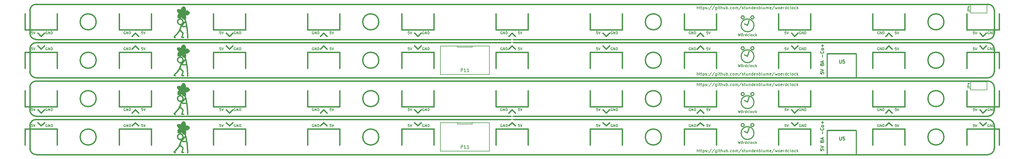
<source format=gto>
G04 (created by PCBNEW (2013-jul-07)-stable) date Mi 26 Nov 2014 08:47:29 CET*
%MOIN*%
G04 Gerber Fmt 3.4, Leading zero omitted, Abs format*
%FSLAX34Y34*%
G01*
G70*
G90*
G04 APERTURE LIST*
%ADD10C,0.00590551*%
%ADD11C,0.015*%
%ADD12C,0.011811*%
%ADD13C,0.006*%
%ADD14C,0.0001*%
%ADD15C,0.008*%
%ADD16C,0.01*%
G04 APERTURE END LIST*
G54D10*
G54D11*
X117322Y-14173D02*
X59251Y-14173D01*
G54D10*
X58858Y-14173D02*
X59251Y-14173D01*
X58858Y-13779D02*
X59251Y-13779D01*
X58858Y-4724D02*
X59251Y-4724D01*
X58858Y-4330D02*
X59251Y-4330D01*
G54D11*
X787Y-9448D02*
G75*
G03X0Y-10236I0J-787D01*
G74*
G01*
X0Y-12992D02*
G75*
G03X787Y-13779I787J0D01*
G74*
G01*
X117322Y-13779D02*
G75*
G03X118110Y-12992I0J787D01*
G74*
G01*
X118110Y-10236D02*
G75*
G03X117322Y-9448I-787J0D01*
G74*
G01*
X118110Y-14960D02*
G75*
G03X117322Y-14173I-787J0D01*
G74*
G01*
X117322Y-18503D02*
G75*
G03X118110Y-17716I0J787D01*
G74*
G01*
X0Y-17716D02*
G75*
G03X787Y-18503I787J0D01*
G74*
G01*
X787Y-14173D02*
G75*
G03X0Y-14960I0J-787D01*
G74*
G01*
X787Y-9448D02*
X117322Y-9448D01*
X118110Y-10236D02*
X118110Y-12992D01*
X118110Y-14960D02*
X118110Y-17716D01*
X59251Y-13779D02*
X117322Y-13779D01*
X117322Y-18503D02*
X787Y-18503D01*
X0Y-17716D02*
X0Y-14960D01*
X0Y-12992D02*
X0Y-10236D01*
X787Y-13779D02*
X58858Y-13779D01*
X58858Y-14173D02*
X787Y-14173D01*
G54D10*
X81718Y-18192D02*
X81718Y-17837D01*
X81870Y-18192D02*
X81870Y-18006D01*
X81853Y-17972D01*
X81819Y-17956D01*
X81768Y-17956D01*
X81735Y-17972D01*
X81718Y-17989D01*
X81988Y-17956D02*
X82123Y-17956D01*
X82038Y-17837D02*
X82038Y-18141D01*
X82055Y-18175D01*
X82089Y-18192D01*
X82123Y-18192D01*
X82190Y-17956D02*
X82325Y-17956D01*
X82241Y-17837D02*
X82241Y-18141D01*
X82258Y-18175D01*
X82291Y-18192D01*
X82325Y-18192D01*
X82443Y-17956D02*
X82443Y-18310D01*
X82443Y-17972D02*
X82477Y-17956D01*
X82544Y-17956D01*
X82578Y-17972D01*
X82595Y-17989D01*
X82612Y-18023D01*
X82612Y-18124D01*
X82595Y-18158D01*
X82578Y-18175D01*
X82544Y-18192D01*
X82477Y-18192D01*
X82443Y-18175D01*
X82747Y-18175D02*
X82781Y-18192D01*
X82848Y-18192D01*
X82882Y-18175D01*
X82899Y-18141D01*
X82899Y-18124D01*
X82882Y-18091D01*
X82848Y-18074D01*
X82798Y-18074D01*
X82764Y-18057D01*
X82747Y-18023D01*
X82747Y-18006D01*
X82764Y-17972D01*
X82798Y-17956D01*
X82848Y-17956D01*
X82882Y-17972D01*
X83051Y-18158D02*
X83068Y-18175D01*
X83051Y-18192D01*
X83034Y-18175D01*
X83051Y-18158D01*
X83051Y-18192D01*
X83051Y-17972D02*
X83068Y-17989D01*
X83051Y-18006D01*
X83034Y-17989D01*
X83051Y-17972D01*
X83051Y-18006D01*
X83473Y-17821D02*
X83169Y-18276D01*
X83844Y-17821D02*
X83540Y-18276D01*
X84114Y-17956D02*
X84114Y-18242D01*
X84097Y-18276D01*
X84080Y-18293D01*
X84046Y-18310D01*
X83996Y-18310D01*
X83962Y-18293D01*
X84114Y-18175D02*
X84080Y-18192D01*
X84012Y-18192D01*
X83979Y-18175D01*
X83962Y-18158D01*
X83945Y-18124D01*
X83945Y-18023D01*
X83962Y-17989D01*
X83979Y-17972D01*
X84012Y-17956D01*
X84080Y-17956D01*
X84114Y-17972D01*
X84282Y-18192D02*
X84282Y-17956D01*
X84282Y-17837D02*
X84266Y-17854D01*
X84282Y-17871D01*
X84299Y-17854D01*
X84282Y-17837D01*
X84282Y-17871D01*
X84401Y-17956D02*
X84535Y-17956D01*
X84451Y-17837D02*
X84451Y-18141D01*
X84468Y-18175D01*
X84502Y-18192D01*
X84535Y-18192D01*
X84654Y-18192D02*
X84654Y-17837D01*
X84805Y-18192D02*
X84805Y-18006D01*
X84789Y-17972D01*
X84755Y-17956D01*
X84704Y-17956D01*
X84670Y-17972D01*
X84654Y-17989D01*
X85126Y-17956D02*
X85126Y-18192D01*
X84974Y-17956D02*
X84974Y-18141D01*
X84991Y-18175D01*
X85025Y-18192D01*
X85075Y-18192D01*
X85109Y-18175D01*
X85126Y-18158D01*
X85295Y-18192D02*
X85295Y-17837D01*
X85295Y-17972D02*
X85329Y-17956D01*
X85396Y-17956D01*
X85430Y-17972D01*
X85447Y-17989D01*
X85464Y-18023D01*
X85464Y-18124D01*
X85447Y-18158D01*
X85430Y-18175D01*
X85396Y-18192D01*
X85329Y-18192D01*
X85295Y-18175D01*
X85615Y-18158D02*
X85632Y-18175D01*
X85615Y-18192D01*
X85598Y-18175D01*
X85615Y-18158D01*
X85615Y-18192D01*
X85936Y-18175D02*
X85902Y-18192D01*
X85835Y-18192D01*
X85801Y-18175D01*
X85784Y-18158D01*
X85767Y-18124D01*
X85767Y-18023D01*
X85784Y-17989D01*
X85801Y-17972D01*
X85835Y-17956D01*
X85902Y-17956D01*
X85936Y-17972D01*
X86138Y-18192D02*
X86105Y-18175D01*
X86088Y-18158D01*
X86071Y-18124D01*
X86071Y-18023D01*
X86088Y-17989D01*
X86105Y-17972D01*
X86138Y-17956D01*
X86189Y-17956D01*
X86223Y-17972D01*
X86240Y-17989D01*
X86257Y-18023D01*
X86257Y-18124D01*
X86240Y-18158D01*
X86223Y-18175D01*
X86189Y-18192D01*
X86138Y-18192D01*
X86408Y-18192D02*
X86408Y-17956D01*
X86408Y-17989D02*
X86425Y-17972D01*
X86459Y-17956D01*
X86510Y-17956D01*
X86543Y-17972D01*
X86560Y-18006D01*
X86560Y-18192D01*
X86560Y-18006D02*
X86577Y-17972D01*
X86611Y-17956D01*
X86661Y-17956D01*
X86695Y-17972D01*
X86712Y-18006D01*
X86712Y-18192D01*
X87134Y-17821D02*
X86830Y-18276D01*
X87235Y-18175D02*
X87269Y-18192D01*
X87336Y-18192D01*
X87370Y-18175D01*
X87387Y-18141D01*
X87387Y-18124D01*
X87370Y-18091D01*
X87336Y-18074D01*
X87286Y-18074D01*
X87252Y-18057D01*
X87235Y-18023D01*
X87235Y-18006D01*
X87252Y-17972D01*
X87286Y-17956D01*
X87336Y-17956D01*
X87370Y-17972D01*
X87488Y-17956D02*
X87623Y-17956D01*
X87539Y-17837D02*
X87539Y-18141D01*
X87556Y-18175D01*
X87589Y-18192D01*
X87623Y-18192D01*
X87893Y-17956D02*
X87893Y-18192D01*
X87741Y-17956D02*
X87741Y-18141D01*
X87758Y-18175D01*
X87792Y-18192D01*
X87843Y-18192D01*
X87876Y-18175D01*
X87893Y-18158D01*
X88062Y-17956D02*
X88062Y-18192D01*
X88062Y-17989D02*
X88079Y-17972D01*
X88113Y-17956D01*
X88163Y-17956D01*
X88197Y-17972D01*
X88214Y-18006D01*
X88214Y-18192D01*
X88534Y-18192D02*
X88534Y-17837D01*
X88534Y-18175D02*
X88501Y-18192D01*
X88433Y-18192D01*
X88399Y-18175D01*
X88383Y-18158D01*
X88366Y-18124D01*
X88366Y-18023D01*
X88383Y-17989D01*
X88399Y-17972D01*
X88433Y-17956D01*
X88501Y-17956D01*
X88534Y-17972D01*
X88838Y-18175D02*
X88804Y-18192D01*
X88737Y-18192D01*
X88703Y-18175D01*
X88686Y-18141D01*
X88686Y-18006D01*
X88703Y-17972D01*
X88737Y-17956D01*
X88804Y-17956D01*
X88838Y-17972D01*
X88855Y-18006D01*
X88855Y-18040D01*
X88686Y-18074D01*
X89007Y-17956D02*
X89007Y-18192D01*
X89007Y-17989D02*
X89024Y-17972D01*
X89057Y-17956D01*
X89108Y-17956D01*
X89142Y-17972D01*
X89159Y-18006D01*
X89159Y-18192D01*
X89327Y-18192D02*
X89327Y-17837D01*
X89327Y-17972D02*
X89361Y-17956D01*
X89429Y-17956D01*
X89462Y-17972D01*
X89479Y-17989D01*
X89496Y-18023D01*
X89496Y-18124D01*
X89479Y-18158D01*
X89462Y-18175D01*
X89429Y-18192D01*
X89361Y-18192D01*
X89327Y-18175D01*
X89699Y-18192D02*
X89665Y-18175D01*
X89648Y-18141D01*
X89648Y-17837D01*
X89985Y-17956D02*
X89985Y-18192D01*
X89834Y-17956D02*
X89834Y-18141D01*
X89850Y-18175D01*
X89884Y-18192D01*
X89935Y-18192D01*
X89969Y-18175D01*
X89985Y-18158D01*
X90154Y-18192D02*
X90154Y-17956D01*
X90154Y-17989D02*
X90171Y-17972D01*
X90205Y-17956D01*
X90255Y-17956D01*
X90289Y-17972D01*
X90306Y-18006D01*
X90306Y-18192D01*
X90306Y-18006D02*
X90323Y-17972D01*
X90357Y-17956D01*
X90407Y-17956D01*
X90441Y-17972D01*
X90458Y-18006D01*
X90458Y-18192D01*
X90762Y-18175D02*
X90728Y-18192D01*
X90660Y-18192D01*
X90627Y-18175D01*
X90610Y-18141D01*
X90610Y-18006D01*
X90627Y-17972D01*
X90660Y-17956D01*
X90728Y-17956D01*
X90762Y-17972D01*
X90778Y-18006D01*
X90778Y-18040D01*
X90610Y-18074D01*
X91183Y-17821D02*
X90880Y-18276D01*
X91268Y-17956D02*
X91335Y-18192D01*
X91403Y-18023D01*
X91470Y-18192D01*
X91538Y-17956D01*
X91723Y-18192D02*
X91690Y-18175D01*
X91673Y-18158D01*
X91656Y-18124D01*
X91656Y-18023D01*
X91673Y-17989D01*
X91690Y-17972D01*
X91723Y-17956D01*
X91774Y-17956D01*
X91808Y-17972D01*
X91825Y-17989D01*
X91841Y-18023D01*
X91841Y-18124D01*
X91825Y-18158D01*
X91808Y-18175D01*
X91774Y-18192D01*
X91723Y-18192D01*
X92128Y-18175D02*
X92095Y-18192D01*
X92027Y-18192D01*
X91993Y-18175D01*
X91976Y-18141D01*
X91976Y-18006D01*
X91993Y-17972D01*
X92027Y-17956D01*
X92095Y-17956D01*
X92128Y-17972D01*
X92145Y-18006D01*
X92145Y-18040D01*
X91976Y-18074D01*
X92297Y-18192D02*
X92297Y-17956D01*
X92297Y-18023D02*
X92314Y-17989D01*
X92331Y-17972D01*
X92365Y-17956D01*
X92398Y-17956D01*
X92668Y-18192D02*
X92668Y-17837D01*
X92668Y-18175D02*
X92634Y-18192D01*
X92567Y-18192D01*
X92533Y-18175D01*
X92516Y-18158D01*
X92500Y-18124D01*
X92500Y-18023D01*
X92516Y-17989D01*
X92533Y-17972D01*
X92567Y-17956D01*
X92634Y-17956D01*
X92668Y-17972D01*
X92989Y-18175D02*
X92955Y-18192D01*
X92888Y-18192D01*
X92854Y-18175D01*
X92837Y-18158D01*
X92820Y-18124D01*
X92820Y-18023D01*
X92837Y-17989D01*
X92854Y-17972D01*
X92888Y-17956D01*
X92955Y-17956D01*
X92989Y-17972D01*
X93191Y-18192D02*
X93158Y-18175D01*
X93141Y-18141D01*
X93141Y-17837D01*
X93377Y-18192D02*
X93343Y-18175D01*
X93326Y-18158D01*
X93309Y-18124D01*
X93309Y-18023D01*
X93326Y-17989D01*
X93343Y-17972D01*
X93377Y-17956D01*
X93428Y-17956D01*
X93461Y-17972D01*
X93478Y-17989D01*
X93495Y-18023D01*
X93495Y-18124D01*
X93478Y-18158D01*
X93461Y-18175D01*
X93428Y-18192D01*
X93377Y-18192D01*
X93799Y-18175D02*
X93765Y-18192D01*
X93697Y-18192D01*
X93664Y-18175D01*
X93647Y-18158D01*
X93630Y-18124D01*
X93630Y-18023D01*
X93647Y-17989D01*
X93664Y-17972D01*
X93697Y-17956D01*
X93765Y-17956D01*
X93799Y-17972D01*
X93951Y-18192D02*
X93951Y-17837D01*
X93984Y-18057D02*
X94086Y-18192D01*
X94086Y-17956D02*
X93951Y-18091D01*
X81718Y-10042D02*
X81718Y-9687D01*
X81870Y-10042D02*
X81870Y-9856D01*
X81853Y-9822D01*
X81819Y-9806D01*
X81768Y-9806D01*
X81735Y-9822D01*
X81718Y-9839D01*
X81988Y-9806D02*
X82123Y-9806D01*
X82038Y-9687D02*
X82038Y-9991D01*
X82055Y-10025D01*
X82089Y-10042D01*
X82123Y-10042D01*
X82190Y-9806D02*
X82325Y-9806D01*
X82241Y-9687D02*
X82241Y-9991D01*
X82258Y-10025D01*
X82291Y-10042D01*
X82325Y-10042D01*
X82443Y-9806D02*
X82443Y-10160D01*
X82443Y-9822D02*
X82477Y-9806D01*
X82544Y-9806D01*
X82578Y-9822D01*
X82595Y-9839D01*
X82612Y-9873D01*
X82612Y-9974D01*
X82595Y-10008D01*
X82578Y-10025D01*
X82544Y-10042D01*
X82477Y-10042D01*
X82443Y-10025D01*
X82747Y-10025D02*
X82781Y-10042D01*
X82848Y-10042D01*
X82882Y-10025D01*
X82899Y-9991D01*
X82899Y-9974D01*
X82882Y-9941D01*
X82848Y-9924D01*
X82798Y-9924D01*
X82764Y-9907D01*
X82747Y-9873D01*
X82747Y-9856D01*
X82764Y-9822D01*
X82798Y-9806D01*
X82848Y-9806D01*
X82882Y-9822D01*
X83051Y-10008D02*
X83068Y-10025D01*
X83051Y-10042D01*
X83034Y-10025D01*
X83051Y-10008D01*
X83051Y-10042D01*
X83051Y-9822D02*
X83068Y-9839D01*
X83051Y-9856D01*
X83034Y-9839D01*
X83051Y-9822D01*
X83051Y-9856D01*
X83473Y-9671D02*
X83169Y-10126D01*
X83844Y-9671D02*
X83540Y-10126D01*
X84114Y-9806D02*
X84114Y-10092D01*
X84097Y-10126D01*
X84080Y-10143D01*
X84046Y-10160D01*
X83996Y-10160D01*
X83962Y-10143D01*
X84114Y-10025D02*
X84080Y-10042D01*
X84012Y-10042D01*
X83979Y-10025D01*
X83962Y-10008D01*
X83945Y-9974D01*
X83945Y-9873D01*
X83962Y-9839D01*
X83979Y-9822D01*
X84012Y-9806D01*
X84080Y-9806D01*
X84114Y-9822D01*
X84282Y-10042D02*
X84282Y-9806D01*
X84282Y-9687D02*
X84266Y-9704D01*
X84282Y-9721D01*
X84299Y-9704D01*
X84282Y-9687D01*
X84282Y-9721D01*
X84401Y-9806D02*
X84535Y-9806D01*
X84451Y-9687D02*
X84451Y-9991D01*
X84468Y-10025D01*
X84502Y-10042D01*
X84535Y-10042D01*
X84654Y-10042D02*
X84654Y-9687D01*
X84805Y-10042D02*
X84805Y-9856D01*
X84789Y-9822D01*
X84755Y-9806D01*
X84704Y-9806D01*
X84670Y-9822D01*
X84654Y-9839D01*
X85126Y-9806D02*
X85126Y-10042D01*
X84974Y-9806D02*
X84974Y-9991D01*
X84991Y-10025D01*
X85025Y-10042D01*
X85075Y-10042D01*
X85109Y-10025D01*
X85126Y-10008D01*
X85295Y-10042D02*
X85295Y-9687D01*
X85295Y-9822D02*
X85329Y-9806D01*
X85396Y-9806D01*
X85430Y-9822D01*
X85447Y-9839D01*
X85464Y-9873D01*
X85464Y-9974D01*
X85447Y-10008D01*
X85430Y-10025D01*
X85396Y-10042D01*
X85329Y-10042D01*
X85295Y-10025D01*
X85615Y-10008D02*
X85632Y-10025D01*
X85615Y-10042D01*
X85598Y-10025D01*
X85615Y-10008D01*
X85615Y-10042D01*
X85936Y-10025D02*
X85902Y-10042D01*
X85835Y-10042D01*
X85801Y-10025D01*
X85784Y-10008D01*
X85767Y-9974D01*
X85767Y-9873D01*
X85784Y-9839D01*
X85801Y-9822D01*
X85835Y-9806D01*
X85902Y-9806D01*
X85936Y-9822D01*
X86138Y-10042D02*
X86105Y-10025D01*
X86088Y-10008D01*
X86071Y-9974D01*
X86071Y-9873D01*
X86088Y-9839D01*
X86105Y-9822D01*
X86138Y-9806D01*
X86189Y-9806D01*
X86223Y-9822D01*
X86240Y-9839D01*
X86257Y-9873D01*
X86257Y-9974D01*
X86240Y-10008D01*
X86223Y-10025D01*
X86189Y-10042D01*
X86138Y-10042D01*
X86408Y-10042D02*
X86408Y-9806D01*
X86408Y-9839D02*
X86425Y-9822D01*
X86459Y-9806D01*
X86510Y-9806D01*
X86543Y-9822D01*
X86560Y-9856D01*
X86560Y-10042D01*
X86560Y-9856D02*
X86577Y-9822D01*
X86611Y-9806D01*
X86661Y-9806D01*
X86695Y-9822D01*
X86712Y-9856D01*
X86712Y-10042D01*
X87134Y-9671D02*
X86830Y-10126D01*
X87235Y-10025D02*
X87269Y-10042D01*
X87336Y-10042D01*
X87370Y-10025D01*
X87387Y-9991D01*
X87387Y-9974D01*
X87370Y-9941D01*
X87336Y-9924D01*
X87286Y-9924D01*
X87252Y-9907D01*
X87235Y-9873D01*
X87235Y-9856D01*
X87252Y-9822D01*
X87286Y-9806D01*
X87336Y-9806D01*
X87370Y-9822D01*
X87488Y-9806D02*
X87623Y-9806D01*
X87539Y-9687D02*
X87539Y-9991D01*
X87556Y-10025D01*
X87589Y-10042D01*
X87623Y-10042D01*
X87893Y-9806D02*
X87893Y-10042D01*
X87741Y-9806D02*
X87741Y-9991D01*
X87758Y-10025D01*
X87792Y-10042D01*
X87843Y-10042D01*
X87876Y-10025D01*
X87893Y-10008D01*
X88062Y-9806D02*
X88062Y-10042D01*
X88062Y-9839D02*
X88079Y-9822D01*
X88113Y-9806D01*
X88163Y-9806D01*
X88197Y-9822D01*
X88214Y-9856D01*
X88214Y-10042D01*
X88534Y-10042D02*
X88534Y-9687D01*
X88534Y-10025D02*
X88501Y-10042D01*
X88433Y-10042D01*
X88399Y-10025D01*
X88383Y-10008D01*
X88366Y-9974D01*
X88366Y-9873D01*
X88383Y-9839D01*
X88399Y-9822D01*
X88433Y-9806D01*
X88501Y-9806D01*
X88534Y-9822D01*
X88838Y-10025D02*
X88804Y-10042D01*
X88737Y-10042D01*
X88703Y-10025D01*
X88686Y-9991D01*
X88686Y-9856D01*
X88703Y-9822D01*
X88737Y-9806D01*
X88804Y-9806D01*
X88838Y-9822D01*
X88855Y-9856D01*
X88855Y-9890D01*
X88686Y-9924D01*
X89007Y-9806D02*
X89007Y-10042D01*
X89007Y-9839D02*
X89024Y-9822D01*
X89057Y-9806D01*
X89108Y-9806D01*
X89142Y-9822D01*
X89159Y-9856D01*
X89159Y-10042D01*
X89327Y-10042D02*
X89327Y-9687D01*
X89327Y-9822D02*
X89361Y-9806D01*
X89429Y-9806D01*
X89462Y-9822D01*
X89479Y-9839D01*
X89496Y-9873D01*
X89496Y-9974D01*
X89479Y-10008D01*
X89462Y-10025D01*
X89429Y-10042D01*
X89361Y-10042D01*
X89327Y-10025D01*
X89699Y-10042D02*
X89665Y-10025D01*
X89648Y-9991D01*
X89648Y-9687D01*
X89985Y-9806D02*
X89985Y-10042D01*
X89834Y-9806D02*
X89834Y-9991D01*
X89850Y-10025D01*
X89884Y-10042D01*
X89935Y-10042D01*
X89969Y-10025D01*
X89985Y-10008D01*
X90154Y-10042D02*
X90154Y-9806D01*
X90154Y-9839D02*
X90171Y-9822D01*
X90205Y-9806D01*
X90255Y-9806D01*
X90289Y-9822D01*
X90306Y-9856D01*
X90306Y-10042D01*
X90306Y-9856D02*
X90323Y-9822D01*
X90357Y-9806D01*
X90407Y-9806D01*
X90441Y-9822D01*
X90458Y-9856D01*
X90458Y-10042D01*
X90762Y-10025D02*
X90728Y-10042D01*
X90660Y-10042D01*
X90627Y-10025D01*
X90610Y-9991D01*
X90610Y-9856D01*
X90627Y-9822D01*
X90660Y-9806D01*
X90728Y-9806D01*
X90762Y-9822D01*
X90778Y-9856D01*
X90778Y-9890D01*
X90610Y-9924D01*
X91183Y-9671D02*
X90880Y-10126D01*
X91268Y-9806D02*
X91335Y-10042D01*
X91403Y-9873D01*
X91470Y-10042D01*
X91538Y-9806D01*
X91723Y-10042D02*
X91690Y-10025D01*
X91673Y-10008D01*
X91656Y-9974D01*
X91656Y-9873D01*
X91673Y-9839D01*
X91690Y-9822D01*
X91723Y-9806D01*
X91774Y-9806D01*
X91808Y-9822D01*
X91825Y-9839D01*
X91841Y-9873D01*
X91841Y-9974D01*
X91825Y-10008D01*
X91808Y-10025D01*
X91774Y-10042D01*
X91723Y-10042D01*
X92128Y-10025D02*
X92095Y-10042D01*
X92027Y-10042D01*
X91993Y-10025D01*
X91976Y-9991D01*
X91976Y-9856D01*
X91993Y-9822D01*
X92027Y-9806D01*
X92095Y-9806D01*
X92128Y-9822D01*
X92145Y-9856D01*
X92145Y-9890D01*
X91976Y-9924D01*
X92297Y-10042D02*
X92297Y-9806D01*
X92297Y-9873D02*
X92314Y-9839D01*
X92331Y-9822D01*
X92365Y-9806D01*
X92398Y-9806D01*
X92668Y-10042D02*
X92668Y-9687D01*
X92668Y-10025D02*
X92634Y-10042D01*
X92567Y-10042D01*
X92533Y-10025D01*
X92516Y-10008D01*
X92500Y-9974D01*
X92500Y-9873D01*
X92516Y-9839D01*
X92533Y-9822D01*
X92567Y-9806D01*
X92634Y-9806D01*
X92668Y-9822D01*
X92989Y-10025D02*
X92955Y-10042D01*
X92888Y-10042D01*
X92854Y-10025D01*
X92837Y-10008D01*
X92820Y-9974D01*
X92820Y-9873D01*
X92837Y-9839D01*
X92854Y-9822D01*
X92888Y-9806D01*
X92955Y-9806D01*
X92989Y-9822D01*
X93191Y-10042D02*
X93158Y-10025D01*
X93141Y-9991D01*
X93141Y-9687D01*
X93377Y-10042D02*
X93343Y-10025D01*
X93326Y-10008D01*
X93309Y-9974D01*
X93309Y-9873D01*
X93326Y-9839D01*
X93343Y-9822D01*
X93377Y-9806D01*
X93428Y-9806D01*
X93461Y-9822D01*
X93478Y-9839D01*
X93495Y-9873D01*
X93495Y-9974D01*
X93478Y-10008D01*
X93461Y-10025D01*
X93428Y-10042D01*
X93377Y-10042D01*
X93799Y-10025D02*
X93765Y-10042D01*
X93697Y-10042D01*
X93664Y-10025D01*
X93647Y-10008D01*
X93630Y-9974D01*
X93630Y-9873D01*
X93647Y-9839D01*
X93664Y-9822D01*
X93697Y-9806D01*
X93765Y-9806D01*
X93799Y-9822D01*
X93951Y-10042D02*
X93951Y-9687D01*
X93984Y-9907D02*
X94086Y-10042D01*
X94086Y-9806D02*
X93951Y-9941D01*
X81718Y-593D02*
X81718Y-239D01*
X81870Y-593D02*
X81870Y-407D01*
X81853Y-374D01*
X81819Y-357D01*
X81768Y-357D01*
X81735Y-374D01*
X81718Y-390D01*
X81988Y-357D02*
X82123Y-357D01*
X82038Y-239D02*
X82038Y-542D01*
X82055Y-576D01*
X82089Y-593D01*
X82123Y-593D01*
X82190Y-357D02*
X82325Y-357D01*
X82241Y-239D02*
X82241Y-542D01*
X82258Y-576D01*
X82291Y-593D01*
X82325Y-593D01*
X82443Y-357D02*
X82443Y-711D01*
X82443Y-374D02*
X82477Y-357D01*
X82544Y-357D01*
X82578Y-374D01*
X82595Y-390D01*
X82612Y-424D01*
X82612Y-525D01*
X82595Y-559D01*
X82578Y-576D01*
X82544Y-593D01*
X82477Y-593D01*
X82443Y-576D01*
X82747Y-576D02*
X82781Y-593D01*
X82848Y-593D01*
X82882Y-576D01*
X82899Y-542D01*
X82899Y-525D01*
X82882Y-492D01*
X82848Y-475D01*
X82798Y-475D01*
X82764Y-458D01*
X82747Y-424D01*
X82747Y-407D01*
X82764Y-374D01*
X82798Y-357D01*
X82848Y-357D01*
X82882Y-374D01*
X83051Y-559D02*
X83068Y-576D01*
X83051Y-593D01*
X83034Y-576D01*
X83051Y-559D01*
X83051Y-593D01*
X83051Y-374D02*
X83068Y-390D01*
X83051Y-407D01*
X83034Y-390D01*
X83051Y-374D01*
X83051Y-407D01*
X83473Y-222D02*
X83169Y-677D01*
X83844Y-222D02*
X83540Y-677D01*
X84114Y-357D02*
X84114Y-644D01*
X84097Y-677D01*
X84080Y-694D01*
X84046Y-711D01*
X83996Y-711D01*
X83962Y-694D01*
X84114Y-576D02*
X84080Y-593D01*
X84012Y-593D01*
X83979Y-576D01*
X83962Y-559D01*
X83945Y-525D01*
X83945Y-424D01*
X83962Y-390D01*
X83979Y-374D01*
X84012Y-357D01*
X84080Y-357D01*
X84114Y-374D01*
X84282Y-593D02*
X84282Y-357D01*
X84282Y-239D02*
X84266Y-255D01*
X84282Y-272D01*
X84299Y-255D01*
X84282Y-239D01*
X84282Y-272D01*
X84401Y-357D02*
X84535Y-357D01*
X84451Y-239D02*
X84451Y-542D01*
X84468Y-576D01*
X84502Y-593D01*
X84535Y-593D01*
X84654Y-593D02*
X84654Y-239D01*
X84805Y-593D02*
X84805Y-407D01*
X84789Y-374D01*
X84755Y-357D01*
X84704Y-357D01*
X84670Y-374D01*
X84654Y-390D01*
X85126Y-357D02*
X85126Y-593D01*
X84974Y-357D02*
X84974Y-542D01*
X84991Y-576D01*
X85025Y-593D01*
X85075Y-593D01*
X85109Y-576D01*
X85126Y-559D01*
X85295Y-593D02*
X85295Y-239D01*
X85295Y-374D02*
X85329Y-357D01*
X85396Y-357D01*
X85430Y-374D01*
X85447Y-390D01*
X85464Y-424D01*
X85464Y-525D01*
X85447Y-559D01*
X85430Y-576D01*
X85396Y-593D01*
X85329Y-593D01*
X85295Y-576D01*
X85615Y-559D02*
X85632Y-576D01*
X85615Y-593D01*
X85598Y-576D01*
X85615Y-559D01*
X85615Y-593D01*
X85936Y-576D02*
X85902Y-593D01*
X85835Y-593D01*
X85801Y-576D01*
X85784Y-559D01*
X85767Y-525D01*
X85767Y-424D01*
X85784Y-390D01*
X85801Y-374D01*
X85835Y-357D01*
X85902Y-357D01*
X85936Y-374D01*
X86138Y-593D02*
X86105Y-576D01*
X86088Y-559D01*
X86071Y-525D01*
X86071Y-424D01*
X86088Y-390D01*
X86105Y-374D01*
X86138Y-357D01*
X86189Y-357D01*
X86223Y-374D01*
X86240Y-390D01*
X86257Y-424D01*
X86257Y-525D01*
X86240Y-559D01*
X86223Y-576D01*
X86189Y-593D01*
X86138Y-593D01*
X86408Y-593D02*
X86408Y-357D01*
X86408Y-390D02*
X86425Y-374D01*
X86459Y-357D01*
X86510Y-357D01*
X86543Y-374D01*
X86560Y-407D01*
X86560Y-593D01*
X86560Y-407D02*
X86577Y-374D01*
X86611Y-357D01*
X86661Y-357D01*
X86695Y-374D01*
X86712Y-407D01*
X86712Y-593D01*
X87134Y-222D02*
X86830Y-677D01*
X87235Y-576D02*
X87269Y-593D01*
X87336Y-593D01*
X87370Y-576D01*
X87387Y-542D01*
X87387Y-525D01*
X87370Y-492D01*
X87336Y-475D01*
X87286Y-475D01*
X87252Y-458D01*
X87235Y-424D01*
X87235Y-407D01*
X87252Y-374D01*
X87286Y-357D01*
X87336Y-357D01*
X87370Y-374D01*
X87488Y-357D02*
X87623Y-357D01*
X87539Y-239D02*
X87539Y-542D01*
X87556Y-576D01*
X87589Y-593D01*
X87623Y-593D01*
X87893Y-357D02*
X87893Y-593D01*
X87741Y-357D02*
X87741Y-542D01*
X87758Y-576D01*
X87792Y-593D01*
X87843Y-593D01*
X87876Y-576D01*
X87893Y-559D01*
X88062Y-357D02*
X88062Y-593D01*
X88062Y-390D02*
X88079Y-374D01*
X88113Y-357D01*
X88163Y-357D01*
X88197Y-374D01*
X88214Y-407D01*
X88214Y-593D01*
X88534Y-593D02*
X88534Y-239D01*
X88534Y-576D02*
X88501Y-593D01*
X88433Y-593D01*
X88399Y-576D01*
X88383Y-559D01*
X88366Y-525D01*
X88366Y-424D01*
X88383Y-390D01*
X88399Y-374D01*
X88433Y-357D01*
X88501Y-357D01*
X88534Y-374D01*
X88838Y-576D02*
X88804Y-593D01*
X88737Y-593D01*
X88703Y-576D01*
X88686Y-542D01*
X88686Y-407D01*
X88703Y-374D01*
X88737Y-357D01*
X88804Y-357D01*
X88838Y-374D01*
X88855Y-407D01*
X88855Y-441D01*
X88686Y-475D01*
X89007Y-357D02*
X89007Y-593D01*
X89007Y-390D02*
X89024Y-374D01*
X89057Y-357D01*
X89108Y-357D01*
X89142Y-374D01*
X89159Y-407D01*
X89159Y-593D01*
X89327Y-593D02*
X89327Y-239D01*
X89327Y-374D02*
X89361Y-357D01*
X89429Y-357D01*
X89462Y-374D01*
X89479Y-390D01*
X89496Y-424D01*
X89496Y-525D01*
X89479Y-559D01*
X89462Y-576D01*
X89429Y-593D01*
X89361Y-593D01*
X89327Y-576D01*
X89699Y-593D02*
X89665Y-576D01*
X89648Y-542D01*
X89648Y-239D01*
X89985Y-357D02*
X89985Y-593D01*
X89834Y-357D02*
X89834Y-542D01*
X89850Y-576D01*
X89884Y-593D01*
X89935Y-593D01*
X89969Y-576D01*
X89985Y-559D01*
X90154Y-593D02*
X90154Y-357D01*
X90154Y-390D02*
X90171Y-374D01*
X90205Y-357D01*
X90255Y-357D01*
X90289Y-374D01*
X90306Y-407D01*
X90306Y-593D01*
X90306Y-407D02*
X90323Y-374D01*
X90357Y-357D01*
X90407Y-357D01*
X90441Y-374D01*
X90458Y-407D01*
X90458Y-593D01*
X90762Y-576D02*
X90728Y-593D01*
X90660Y-593D01*
X90627Y-576D01*
X90610Y-542D01*
X90610Y-407D01*
X90627Y-374D01*
X90660Y-357D01*
X90728Y-357D01*
X90762Y-374D01*
X90778Y-407D01*
X90778Y-441D01*
X90610Y-475D01*
X91183Y-222D02*
X90880Y-677D01*
X91268Y-357D02*
X91335Y-593D01*
X91403Y-424D01*
X91470Y-593D01*
X91538Y-357D01*
X91723Y-593D02*
X91690Y-576D01*
X91673Y-559D01*
X91656Y-525D01*
X91656Y-424D01*
X91673Y-390D01*
X91690Y-374D01*
X91723Y-357D01*
X91774Y-357D01*
X91808Y-374D01*
X91825Y-390D01*
X91841Y-424D01*
X91841Y-525D01*
X91825Y-559D01*
X91808Y-576D01*
X91774Y-593D01*
X91723Y-593D01*
X92128Y-576D02*
X92095Y-593D01*
X92027Y-593D01*
X91993Y-576D01*
X91976Y-542D01*
X91976Y-407D01*
X91993Y-374D01*
X92027Y-357D01*
X92095Y-357D01*
X92128Y-374D01*
X92145Y-407D01*
X92145Y-441D01*
X91976Y-475D01*
X92297Y-593D02*
X92297Y-357D01*
X92297Y-424D02*
X92314Y-390D01*
X92331Y-374D01*
X92365Y-357D01*
X92398Y-357D01*
X92668Y-593D02*
X92668Y-239D01*
X92668Y-576D02*
X92634Y-593D01*
X92567Y-593D01*
X92533Y-576D01*
X92516Y-559D01*
X92500Y-525D01*
X92500Y-424D01*
X92516Y-390D01*
X92533Y-374D01*
X92567Y-357D01*
X92634Y-357D01*
X92668Y-374D01*
X92989Y-576D02*
X92955Y-593D01*
X92888Y-593D01*
X92854Y-576D01*
X92837Y-559D01*
X92820Y-525D01*
X92820Y-424D01*
X92837Y-390D01*
X92854Y-374D01*
X92888Y-357D01*
X92955Y-357D01*
X92989Y-374D01*
X93191Y-593D02*
X93158Y-576D01*
X93141Y-542D01*
X93141Y-239D01*
X93377Y-593D02*
X93343Y-576D01*
X93326Y-559D01*
X93309Y-525D01*
X93309Y-424D01*
X93326Y-390D01*
X93343Y-374D01*
X93377Y-357D01*
X93428Y-357D01*
X93461Y-374D01*
X93478Y-390D01*
X93495Y-424D01*
X93495Y-525D01*
X93478Y-559D01*
X93461Y-576D01*
X93428Y-593D01*
X93377Y-593D01*
X93799Y-576D02*
X93765Y-593D01*
X93697Y-593D01*
X93664Y-576D01*
X93647Y-559D01*
X93630Y-525D01*
X93630Y-424D01*
X93647Y-390D01*
X93664Y-374D01*
X93697Y-357D01*
X93765Y-357D01*
X93799Y-374D01*
X93951Y-593D02*
X93951Y-239D01*
X93984Y-458D02*
X94086Y-593D01*
X94086Y-357D02*
X93951Y-492D01*
X81718Y-8743D02*
X81718Y-8389D01*
X81870Y-8743D02*
X81870Y-8557D01*
X81853Y-8524D01*
X81819Y-8507D01*
X81768Y-8507D01*
X81735Y-8524D01*
X81718Y-8540D01*
X81988Y-8507D02*
X82123Y-8507D01*
X82038Y-8389D02*
X82038Y-8692D01*
X82055Y-8726D01*
X82089Y-8743D01*
X82123Y-8743D01*
X82190Y-8507D02*
X82325Y-8507D01*
X82241Y-8389D02*
X82241Y-8692D01*
X82258Y-8726D01*
X82291Y-8743D01*
X82325Y-8743D01*
X82443Y-8507D02*
X82443Y-8861D01*
X82443Y-8524D02*
X82477Y-8507D01*
X82544Y-8507D01*
X82578Y-8524D01*
X82595Y-8540D01*
X82612Y-8574D01*
X82612Y-8675D01*
X82595Y-8709D01*
X82578Y-8726D01*
X82544Y-8743D01*
X82477Y-8743D01*
X82443Y-8726D01*
X82747Y-8726D02*
X82781Y-8743D01*
X82848Y-8743D01*
X82882Y-8726D01*
X82899Y-8692D01*
X82899Y-8675D01*
X82882Y-8642D01*
X82848Y-8625D01*
X82798Y-8625D01*
X82764Y-8608D01*
X82747Y-8574D01*
X82747Y-8557D01*
X82764Y-8524D01*
X82798Y-8507D01*
X82848Y-8507D01*
X82882Y-8524D01*
X83051Y-8709D02*
X83068Y-8726D01*
X83051Y-8743D01*
X83034Y-8726D01*
X83051Y-8709D01*
X83051Y-8743D01*
X83051Y-8524D02*
X83068Y-8540D01*
X83051Y-8557D01*
X83034Y-8540D01*
X83051Y-8524D01*
X83051Y-8557D01*
X83473Y-8372D02*
X83169Y-8827D01*
X83844Y-8372D02*
X83540Y-8827D01*
X84114Y-8507D02*
X84114Y-8794D01*
X84097Y-8827D01*
X84080Y-8844D01*
X84046Y-8861D01*
X83996Y-8861D01*
X83962Y-8844D01*
X84114Y-8726D02*
X84080Y-8743D01*
X84012Y-8743D01*
X83979Y-8726D01*
X83962Y-8709D01*
X83945Y-8675D01*
X83945Y-8574D01*
X83962Y-8540D01*
X83979Y-8524D01*
X84012Y-8507D01*
X84080Y-8507D01*
X84114Y-8524D01*
X84282Y-8743D02*
X84282Y-8507D01*
X84282Y-8389D02*
X84266Y-8405D01*
X84282Y-8422D01*
X84299Y-8405D01*
X84282Y-8389D01*
X84282Y-8422D01*
X84401Y-8507D02*
X84535Y-8507D01*
X84451Y-8389D02*
X84451Y-8692D01*
X84468Y-8726D01*
X84502Y-8743D01*
X84535Y-8743D01*
X84654Y-8743D02*
X84654Y-8389D01*
X84805Y-8743D02*
X84805Y-8557D01*
X84789Y-8524D01*
X84755Y-8507D01*
X84704Y-8507D01*
X84670Y-8524D01*
X84654Y-8540D01*
X85126Y-8507D02*
X85126Y-8743D01*
X84974Y-8507D02*
X84974Y-8692D01*
X84991Y-8726D01*
X85025Y-8743D01*
X85075Y-8743D01*
X85109Y-8726D01*
X85126Y-8709D01*
X85295Y-8743D02*
X85295Y-8389D01*
X85295Y-8524D02*
X85329Y-8507D01*
X85396Y-8507D01*
X85430Y-8524D01*
X85447Y-8540D01*
X85464Y-8574D01*
X85464Y-8675D01*
X85447Y-8709D01*
X85430Y-8726D01*
X85396Y-8743D01*
X85329Y-8743D01*
X85295Y-8726D01*
X85615Y-8709D02*
X85632Y-8726D01*
X85615Y-8743D01*
X85598Y-8726D01*
X85615Y-8709D01*
X85615Y-8743D01*
X85936Y-8726D02*
X85902Y-8743D01*
X85835Y-8743D01*
X85801Y-8726D01*
X85784Y-8709D01*
X85767Y-8675D01*
X85767Y-8574D01*
X85784Y-8540D01*
X85801Y-8524D01*
X85835Y-8507D01*
X85902Y-8507D01*
X85936Y-8524D01*
X86138Y-8743D02*
X86105Y-8726D01*
X86088Y-8709D01*
X86071Y-8675D01*
X86071Y-8574D01*
X86088Y-8540D01*
X86105Y-8524D01*
X86138Y-8507D01*
X86189Y-8507D01*
X86223Y-8524D01*
X86240Y-8540D01*
X86257Y-8574D01*
X86257Y-8675D01*
X86240Y-8709D01*
X86223Y-8726D01*
X86189Y-8743D01*
X86138Y-8743D01*
X86408Y-8743D02*
X86408Y-8507D01*
X86408Y-8540D02*
X86425Y-8524D01*
X86459Y-8507D01*
X86510Y-8507D01*
X86543Y-8524D01*
X86560Y-8557D01*
X86560Y-8743D01*
X86560Y-8557D02*
X86577Y-8524D01*
X86611Y-8507D01*
X86661Y-8507D01*
X86695Y-8524D01*
X86712Y-8557D01*
X86712Y-8743D01*
X87134Y-8372D02*
X86830Y-8827D01*
X87235Y-8726D02*
X87269Y-8743D01*
X87336Y-8743D01*
X87370Y-8726D01*
X87387Y-8692D01*
X87387Y-8675D01*
X87370Y-8642D01*
X87336Y-8625D01*
X87286Y-8625D01*
X87252Y-8608D01*
X87235Y-8574D01*
X87235Y-8557D01*
X87252Y-8524D01*
X87286Y-8507D01*
X87336Y-8507D01*
X87370Y-8524D01*
X87488Y-8507D02*
X87623Y-8507D01*
X87539Y-8389D02*
X87539Y-8692D01*
X87556Y-8726D01*
X87589Y-8743D01*
X87623Y-8743D01*
X87893Y-8507D02*
X87893Y-8743D01*
X87741Y-8507D02*
X87741Y-8692D01*
X87758Y-8726D01*
X87792Y-8743D01*
X87843Y-8743D01*
X87876Y-8726D01*
X87893Y-8709D01*
X88062Y-8507D02*
X88062Y-8743D01*
X88062Y-8540D02*
X88079Y-8524D01*
X88113Y-8507D01*
X88163Y-8507D01*
X88197Y-8524D01*
X88214Y-8557D01*
X88214Y-8743D01*
X88534Y-8743D02*
X88534Y-8389D01*
X88534Y-8726D02*
X88501Y-8743D01*
X88433Y-8743D01*
X88399Y-8726D01*
X88383Y-8709D01*
X88366Y-8675D01*
X88366Y-8574D01*
X88383Y-8540D01*
X88399Y-8524D01*
X88433Y-8507D01*
X88501Y-8507D01*
X88534Y-8524D01*
X88838Y-8726D02*
X88804Y-8743D01*
X88737Y-8743D01*
X88703Y-8726D01*
X88686Y-8692D01*
X88686Y-8557D01*
X88703Y-8524D01*
X88737Y-8507D01*
X88804Y-8507D01*
X88838Y-8524D01*
X88855Y-8557D01*
X88855Y-8591D01*
X88686Y-8625D01*
X89007Y-8507D02*
X89007Y-8743D01*
X89007Y-8540D02*
X89024Y-8524D01*
X89057Y-8507D01*
X89108Y-8507D01*
X89142Y-8524D01*
X89159Y-8557D01*
X89159Y-8743D01*
X89327Y-8743D02*
X89327Y-8389D01*
X89327Y-8524D02*
X89361Y-8507D01*
X89429Y-8507D01*
X89462Y-8524D01*
X89479Y-8540D01*
X89496Y-8574D01*
X89496Y-8675D01*
X89479Y-8709D01*
X89462Y-8726D01*
X89429Y-8743D01*
X89361Y-8743D01*
X89327Y-8726D01*
X89699Y-8743D02*
X89665Y-8726D01*
X89648Y-8692D01*
X89648Y-8389D01*
X89985Y-8507D02*
X89985Y-8743D01*
X89834Y-8507D02*
X89834Y-8692D01*
X89850Y-8726D01*
X89884Y-8743D01*
X89935Y-8743D01*
X89969Y-8726D01*
X89985Y-8709D01*
X90154Y-8743D02*
X90154Y-8507D01*
X90154Y-8540D02*
X90171Y-8524D01*
X90205Y-8507D01*
X90255Y-8507D01*
X90289Y-8524D01*
X90306Y-8557D01*
X90306Y-8743D01*
X90306Y-8557D02*
X90323Y-8524D01*
X90357Y-8507D01*
X90407Y-8507D01*
X90441Y-8524D01*
X90458Y-8557D01*
X90458Y-8743D01*
X90762Y-8726D02*
X90728Y-8743D01*
X90660Y-8743D01*
X90627Y-8726D01*
X90610Y-8692D01*
X90610Y-8557D01*
X90627Y-8524D01*
X90660Y-8507D01*
X90728Y-8507D01*
X90762Y-8524D01*
X90778Y-8557D01*
X90778Y-8591D01*
X90610Y-8625D01*
X91183Y-8372D02*
X90880Y-8827D01*
X91268Y-8507D02*
X91335Y-8743D01*
X91403Y-8574D01*
X91470Y-8743D01*
X91538Y-8507D01*
X91723Y-8743D02*
X91690Y-8726D01*
X91673Y-8709D01*
X91656Y-8675D01*
X91656Y-8574D01*
X91673Y-8540D01*
X91690Y-8524D01*
X91723Y-8507D01*
X91774Y-8507D01*
X91808Y-8524D01*
X91825Y-8540D01*
X91841Y-8574D01*
X91841Y-8675D01*
X91825Y-8709D01*
X91808Y-8726D01*
X91774Y-8743D01*
X91723Y-8743D01*
X92128Y-8726D02*
X92095Y-8743D01*
X92027Y-8743D01*
X91993Y-8726D01*
X91976Y-8692D01*
X91976Y-8557D01*
X91993Y-8524D01*
X92027Y-8507D01*
X92095Y-8507D01*
X92128Y-8524D01*
X92145Y-8557D01*
X92145Y-8591D01*
X91976Y-8625D01*
X92297Y-8743D02*
X92297Y-8507D01*
X92297Y-8574D02*
X92314Y-8540D01*
X92331Y-8524D01*
X92365Y-8507D01*
X92398Y-8507D01*
X92668Y-8743D02*
X92668Y-8389D01*
X92668Y-8726D02*
X92634Y-8743D01*
X92567Y-8743D01*
X92533Y-8726D01*
X92516Y-8709D01*
X92500Y-8675D01*
X92500Y-8574D01*
X92516Y-8540D01*
X92533Y-8524D01*
X92567Y-8507D01*
X92634Y-8507D01*
X92668Y-8524D01*
X92989Y-8726D02*
X92955Y-8743D01*
X92888Y-8743D01*
X92854Y-8726D01*
X92837Y-8709D01*
X92820Y-8675D01*
X92820Y-8574D01*
X92837Y-8540D01*
X92854Y-8524D01*
X92888Y-8507D01*
X92955Y-8507D01*
X92989Y-8524D01*
X93191Y-8743D02*
X93158Y-8726D01*
X93141Y-8692D01*
X93141Y-8389D01*
X93377Y-8743D02*
X93343Y-8726D01*
X93326Y-8709D01*
X93309Y-8675D01*
X93309Y-8574D01*
X93326Y-8540D01*
X93343Y-8524D01*
X93377Y-8507D01*
X93428Y-8507D01*
X93461Y-8524D01*
X93478Y-8540D01*
X93495Y-8574D01*
X93495Y-8675D01*
X93478Y-8709D01*
X93461Y-8726D01*
X93428Y-8743D01*
X93377Y-8743D01*
X93799Y-8726D02*
X93765Y-8743D01*
X93697Y-8743D01*
X93664Y-8726D01*
X93647Y-8709D01*
X93630Y-8675D01*
X93630Y-8574D01*
X93647Y-8540D01*
X93664Y-8524D01*
X93697Y-8507D01*
X93765Y-8507D01*
X93799Y-8524D01*
X93951Y-8743D02*
X93951Y-8389D01*
X93984Y-8608D02*
X94086Y-8743D01*
X94086Y-8507D02*
X93951Y-8642D01*
G54D11*
X58858Y-4724D02*
X787Y-4724D01*
X787Y-4330D02*
X58858Y-4330D01*
X0Y-3543D02*
X0Y-787D01*
X0Y-8267D02*
X0Y-5511D01*
X117322Y-9055D02*
X787Y-9055D01*
X117322Y-4724D02*
X59251Y-4724D01*
X59251Y-4330D02*
X117322Y-4330D01*
X118110Y-5511D02*
X118110Y-8267D01*
X118110Y-787D02*
X118110Y-3543D01*
X787Y0D02*
X117322Y0D01*
X787Y-4724D02*
G75*
G03X0Y-5511I0J-787D01*
G74*
G01*
X0Y-8267D02*
G75*
G03X787Y-9055I787J0D01*
G74*
G01*
X117322Y-9055D02*
G75*
G03X118110Y-8267I0J787D01*
G74*
G01*
X118110Y-5511D02*
G75*
G03X117322Y-4724I-787J0D01*
G74*
G01*
X118110Y-787D02*
G75*
G03X117322Y0I-787J0D01*
G74*
G01*
X117322Y-4330D02*
G75*
G03X118110Y-3543I0J787D01*
G74*
G01*
X0Y-3543D02*
G75*
G03X787Y-4330I787J0D01*
G74*
G01*
X787Y0D02*
G75*
G03X0Y-787I0J-787D01*
G74*
G01*
G54D12*
X87500Y-11064D02*
G75*
G03X87500Y-11064I-196J0D01*
G74*
G01*
X88681Y-11064D02*
G75*
G03X88681Y-11064I-196J0D01*
G74*
G01*
X87893Y-12048D02*
X87500Y-11851D01*
X87893Y-12048D02*
X88090Y-11458D01*
X88681Y-12048D02*
G75*
G03X88681Y-12048I-787J0D01*
G74*
G01*
X87500Y-14864D02*
G75*
G03X87500Y-14864I-196J0D01*
G74*
G01*
X88681Y-14864D02*
G75*
G03X88681Y-14864I-196J0D01*
G74*
G01*
X87893Y-15848D02*
X87500Y-15651D01*
X87893Y-15848D02*
X88090Y-15258D01*
X88681Y-15848D02*
G75*
G03X88681Y-15848I-787J0D01*
G74*
G01*
G54D10*
X54187Y-14588D02*
X54187Y-14738D01*
X54187Y-14738D02*
X52387Y-14738D01*
X52387Y-14738D02*
X52387Y-14588D01*
X50287Y-18088D02*
X50287Y-14588D01*
X56287Y-18088D02*
X56287Y-14588D01*
X50287Y-14588D02*
X56287Y-14588D01*
X56287Y-18088D02*
X50287Y-18088D01*
G54D11*
X117125Y-12992D02*
X116732Y-13385D01*
X116732Y-13385D02*
X116338Y-12992D01*
X118700Y-10629D02*
X118700Y-12598D01*
X118700Y-12598D02*
X114763Y-12598D01*
X114763Y-12598D02*
X114763Y-10629D01*
X1771Y-12992D02*
X1377Y-13385D01*
X1377Y-13385D02*
X984Y-12992D01*
X3346Y-10629D02*
X3346Y-12598D01*
X3346Y-12598D02*
X-590Y-12598D01*
X-590Y-12598D02*
X-590Y-10629D01*
X24842Y-12992D02*
X24448Y-13385D01*
X24448Y-13385D02*
X24055Y-12992D01*
X26417Y-10629D02*
X26417Y-12598D01*
X26417Y-12598D02*
X22480Y-12598D01*
X22480Y-12598D02*
X22480Y-10629D01*
X47913Y-12992D02*
X47519Y-13385D01*
X47519Y-13385D02*
X47125Y-12992D01*
X49488Y-10629D02*
X49488Y-12598D01*
X49488Y-12598D02*
X45551Y-12598D01*
X45551Y-12598D02*
X45551Y-10629D01*
X70984Y-12992D02*
X70590Y-13385D01*
X70590Y-13385D02*
X70196Y-12992D01*
X72559Y-10629D02*
X72559Y-12598D01*
X72559Y-12598D02*
X68622Y-12598D01*
X68622Y-12598D02*
X68622Y-10629D01*
X94055Y-12992D02*
X93661Y-13385D01*
X93661Y-13385D02*
X93267Y-12992D01*
X95629Y-10629D02*
X95629Y-12598D01*
X95629Y-12598D02*
X91692Y-12598D01*
X91692Y-12598D02*
X91692Y-10629D01*
X104803Y-14960D02*
X105196Y-14566D01*
X105196Y-14566D02*
X105590Y-14960D01*
X103228Y-17322D02*
X103228Y-15354D01*
X103228Y-15354D02*
X107165Y-15354D01*
X107165Y-15354D02*
X107165Y-17322D01*
X81732Y-14960D02*
X82125Y-14566D01*
X82125Y-14566D02*
X82519Y-14960D01*
X80157Y-17322D02*
X80157Y-15354D01*
X80157Y-15354D02*
X84094Y-15354D01*
X84094Y-15354D02*
X84094Y-17322D01*
X58661Y-14960D02*
X59055Y-14566D01*
X59055Y-14566D02*
X59448Y-14960D01*
X57086Y-17322D02*
X57086Y-15354D01*
X57086Y-15354D02*
X61023Y-15354D01*
X61023Y-15354D02*
X61023Y-17322D01*
X35590Y-14960D02*
X35984Y-14566D01*
X35984Y-14566D02*
X36377Y-14960D01*
X34015Y-17322D02*
X34015Y-15354D01*
X34015Y-15354D02*
X37952Y-15354D01*
X37952Y-15354D02*
X37952Y-17322D01*
X12519Y-14960D02*
X12913Y-14566D01*
X12913Y-14566D02*
X13307Y-14960D01*
X10944Y-17322D02*
X10944Y-15354D01*
X10944Y-15354D02*
X14881Y-15354D01*
X14881Y-15354D02*
X14881Y-17322D01*
X105590Y-13385D02*
X105196Y-12992D01*
X105196Y-12992D02*
X104803Y-13385D01*
X107165Y-10629D02*
X107165Y-12598D01*
X107165Y-12598D02*
X103228Y-12598D01*
X103228Y-12598D02*
X103228Y-10629D01*
X116338Y-14566D02*
X116732Y-14960D01*
X116732Y-14960D02*
X117125Y-14566D01*
X114763Y-17322D02*
X114763Y-15354D01*
X114763Y-15354D02*
X118700Y-15354D01*
X118700Y-15354D02*
X118700Y-17322D01*
X93267Y-14566D02*
X93661Y-14960D01*
X93661Y-14960D02*
X94055Y-14566D01*
X91692Y-17322D02*
X91692Y-15354D01*
X91692Y-15354D02*
X95629Y-15354D01*
X95629Y-15354D02*
X95629Y-17322D01*
X70196Y-14566D02*
X70590Y-14960D01*
X70590Y-14960D02*
X70984Y-14566D01*
X68622Y-17322D02*
X68622Y-15354D01*
X68622Y-15354D02*
X72559Y-15354D01*
X72559Y-15354D02*
X72559Y-17322D01*
X47125Y-14566D02*
X47519Y-14960D01*
X47519Y-14960D02*
X47913Y-14566D01*
X45551Y-17322D02*
X45551Y-15354D01*
X45551Y-15354D02*
X49488Y-15354D01*
X49488Y-15354D02*
X49488Y-17322D01*
X24055Y-14566D02*
X24448Y-14960D01*
X24448Y-14960D02*
X24842Y-14566D01*
X22480Y-17322D02*
X22480Y-15354D01*
X22480Y-15354D02*
X26417Y-15354D01*
X26417Y-15354D02*
X26417Y-17322D01*
X984Y-14566D02*
X1377Y-14960D01*
X1377Y-14960D02*
X1771Y-14566D01*
X-590Y-17322D02*
X-590Y-15354D01*
X-590Y-15354D02*
X3346Y-15354D01*
X3346Y-15354D02*
X3346Y-17322D01*
X82519Y-13385D02*
X82125Y-12992D01*
X82125Y-12992D02*
X81732Y-13385D01*
X84094Y-10629D02*
X84094Y-12598D01*
X84094Y-12598D02*
X80157Y-12598D01*
X80157Y-12598D02*
X80157Y-10629D01*
X36377Y-13385D02*
X35984Y-12992D01*
X35984Y-12992D02*
X35590Y-13385D01*
X37952Y-10629D02*
X37952Y-12598D01*
X37952Y-12598D02*
X34015Y-12598D01*
X34015Y-12598D02*
X34015Y-10629D01*
X13307Y-13385D02*
X12913Y-12992D01*
X12913Y-12992D02*
X12519Y-13385D01*
X14881Y-10629D02*
X14881Y-12598D01*
X14881Y-12598D02*
X10944Y-12598D01*
X10944Y-12598D02*
X10944Y-10629D01*
X59448Y-13385D02*
X59055Y-12992D01*
X59055Y-12992D02*
X58661Y-13385D01*
X61023Y-10629D02*
X61023Y-12598D01*
X61023Y-12598D02*
X57086Y-12598D01*
X57086Y-12598D02*
X57086Y-10629D01*
G54D13*
X115220Y-10539D02*
X115220Y-9539D01*
X115220Y-9539D02*
X117220Y-9539D01*
X117220Y-9539D02*
X117220Y-10539D01*
X117220Y-10539D02*
X115220Y-10539D01*
G54D11*
X77342Y-16338D02*
G75*
G03X77342Y-16338I-984J0D01*
G74*
G01*
X77342Y-11614D02*
G75*
G03X77342Y-11614I-984J0D01*
G74*
G01*
X8129Y-16338D02*
G75*
G03X8129Y-16338I-984J0D01*
G74*
G01*
X42736Y-11614D02*
G75*
G03X42736Y-11614I-984J0D01*
G74*
G01*
X42736Y-16338D02*
G75*
G03X42736Y-16338I-984J0D01*
G74*
G01*
X111948Y-16338D02*
G75*
G03X111948Y-16338I-984J0D01*
G74*
G01*
X111948Y-11614D02*
G75*
G03X111948Y-11614I-984J0D01*
G74*
G01*
X8129Y-11614D02*
G75*
G03X8129Y-11614I-984J0D01*
G74*
G01*
G54D14*
G36*
X19606Y-10472D02*
X19604Y-10511D01*
X19583Y-10561D01*
X19580Y-10567D01*
X19516Y-10657D01*
X19433Y-10736D01*
X19338Y-10794D01*
X19243Y-10828D01*
X19159Y-10829D01*
X19145Y-10826D01*
X19114Y-10818D01*
X19109Y-10830D01*
X19127Y-10869D01*
X19131Y-10878D01*
X19163Y-10987D01*
X19155Y-11113D01*
X19134Y-11191D01*
X19120Y-11235D01*
X19114Y-11275D01*
X19117Y-11321D01*
X19131Y-11385D01*
X19155Y-11477D01*
X19166Y-11518D01*
X19206Y-11676D01*
X19247Y-11864D01*
X19285Y-12068D01*
X19319Y-12276D01*
X19333Y-12367D01*
X19343Y-12460D01*
X19355Y-12585D01*
X19368Y-12732D01*
X19380Y-12891D01*
X19391Y-13051D01*
X19400Y-13202D01*
X19407Y-13333D01*
X19411Y-13435D01*
X19411Y-13465D01*
X19411Y-13661D01*
X19337Y-13661D01*
X19263Y-13661D01*
X19237Y-13199D01*
X19228Y-13041D01*
X19217Y-12879D01*
X19205Y-12727D01*
X19194Y-12595D01*
X19185Y-12498D01*
X19157Y-12258D01*
X19118Y-12261D01*
X19118Y-12092D01*
X19117Y-12069D01*
X19109Y-12015D01*
X19097Y-11942D01*
X19083Y-11864D01*
X19067Y-11790D01*
X19055Y-11736D01*
X19047Y-11710D01*
X19046Y-11710D01*
X19030Y-11722D01*
X18995Y-11760D01*
X18980Y-11779D01*
X18980Y-11493D01*
X18978Y-11450D01*
X18958Y-11385D01*
X18922Y-11343D01*
X18856Y-11313D01*
X18835Y-11307D01*
X18762Y-11272D01*
X18697Y-11217D01*
X18650Y-11157D01*
X18634Y-11103D01*
X18631Y-11079D01*
X18615Y-11077D01*
X18576Y-11099D01*
X18558Y-11110D01*
X18483Y-11159D01*
X18574Y-11199D01*
X18642Y-11233D01*
X18696Y-11268D01*
X18707Y-11277D01*
X18768Y-11355D01*
X18814Y-11459D01*
X18836Y-11568D01*
X18836Y-11587D01*
X18839Y-11691D01*
X18914Y-11603D01*
X18961Y-11542D01*
X18980Y-11493D01*
X18980Y-11779D01*
X18956Y-11808D01*
X18894Y-11881D01*
X18824Y-11950D01*
X18788Y-11981D01*
X18738Y-12022D01*
X18706Y-12052D01*
X18700Y-12061D01*
X18719Y-12086D01*
X18773Y-12104D01*
X18854Y-12113D01*
X18953Y-12111D01*
X18955Y-12111D01*
X19033Y-12103D01*
X19091Y-12097D01*
X19117Y-12092D01*
X19118Y-12092D01*
X19118Y-12261D01*
X18966Y-12273D01*
X18868Y-12279D01*
X18800Y-12277D01*
X18748Y-12267D01*
X18698Y-12247D01*
X18684Y-12240D01*
X18678Y-12237D01*
X18678Y-11605D01*
X18660Y-11506D01*
X18610Y-11424D01*
X18536Y-11367D01*
X18450Y-11339D01*
X18356Y-11349D01*
X18339Y-11355D01*
X18251Y-11412D01*
X18197Y-11486D01*
X18172Y-11572D01*
X18176Y-11659D01*
X18208Y-11740D01*
X18265Y-11805D01*
X18348Y-11848D01*
X18427Y-11859D01*
X18494Y-11852D01*
X18546Y-11828D01*
X18600Y-11780D01*
X18650Y-11724D01*
X18672Y-11672D01*
X18678Y-11605D01*
X18678Y-12237D01*
X18592Y-12193D01*
X18533Y-12385D01*
X18474Y-12578D01*
X18665Y-12769D01*
X18738Y-12846D01*
X18798Y-12914D01*
X18840Y-12965D01*
X18855Y-12993D01*
X18848Y-13028D01*
X18832Y-13094D01*
X18808Y-13181D01*
X18790Y-13244D01*
X18726Y-13460D01*
X18801Y-13460D01*
X18864Y-13474D01*
X18904Y-13508D01*
X18914Y-13553D01*
X18898Y-13585D01*
X18868Y-13603D01*
X18814Y-13612D01*
X18726Y-13612D01*
X18713Y-13611D01*
X18630Y-13606D01*
X18580Y-13597D01*
X18556Y-13583D01*
X18548Y-13563D01*
X18551Y-13526D01*
X18565Y-13457D01*
X18587Y-13366D01*
X18612Y-13278D01*
X18683Y-13033D01*
X18542Y-12891D01*
X18479Y-12828D01*
X18428Y-12780D01*
X18396Y-12752D01*
X18390Y-12749D01*
X18374Y-12767D01*
X18341Y-12815D01*
X18298Y-12884D01*
X18278Y-12918D01*
X18181Y-13057D01*
X18053Y-13204D01*
X17983Y-13274D01*
X17908Y-13347D01*
X17846Y-13408D01*
X17805Y-13451D01*
X17788Y-13470D01*
X17807Y-13480D01*
X17838Y-13486D01*
X17880Y-13508D01*
X17895Y-13553D01*
X17886Y-13605D01*
X17842Y-13631D01*
X17763Y-13631D01*
X17733Y-13626D01*
X17660Y-13591D01*
X17607Y-13528D01*
X17588Y-13452D01*
X17603Y-13426D01*
X17646Y-13376D01*
X17709Y-13308D01*
X17788Y-13230D01*
X17818Y-13201D01*
X18017Y-12991D01*
X18175Y-12775D01*
X18298Y-12547D01*
X18387Y-12310D01*
X18417Y-12213D01*
X18442Y-12131D01*
X18461Y-12073D01*
X18468Y-12052D01*
X18463Y-12031D01*
X18424Y-12020D01*
X18389Y-12018D01*
X18276Y-11998D01*
X18177Y-11942D01*
X18104Y-11872D01*
X18040Y-11767D01*
X18012Y-11650D01*
X18017Y-11527D01*
X18054Y-11410D01*
X18121Y-11307D01*
X18217Y-11229D01*
X18237Y-11218D01*
X18333Y-11171D01*
X18243Y-11171D01*
X18157Y-11163D01*
X18104Y-11134D01*
X18077Y-11079D01*
X18072Y-10988D01*
X18072Y-10972D01*
X18087Y-10844D01*
X18119Y-10739D01*
X18165Y-10664D01*
X18199Y-10637D01*
X18251Y-10609D01*
X18167Y-10526D01*
X18105Y-10445D01*
X18052Y-10345D01*
X18019Y-10243D01*
X18011Y-10180D01*
X18027Y-10130D01*
X18058Y-10090D01*
X18113Y-10062D01*
X18196Y-10048D01*
X18291Y-10047D01*
X18382Y-10058D01*
X18455Y-10082D01*
X18466Y-10089D01*
X18507Y-10114D01*
X18520Y-10114D01*
X18513Y-10086D01*
X18512Y-10082D01*
X18510Y-10006D01*
X18543Y-9919D01*
X18608Y-9832D01*
X18649Y-9792D01*
X18750Y-9718D01*
X18839Y-9687D01*
X18916Y-9698D01*
X18957Y-9726D01*
X19020Y-9805D01*
X19073Y-9907D01*
X19109Y-10015D01*
X19119Y-10110D01*
X19119Y-10116D01*
X19111Y-10212D01*
X19204Y-10199D01*
X19293Y-10202D01*
X19381Y-10237D01*
X19473Y-10310D01*
X19532Y-10370D01*
X19582Y-10429D01*
X19606Y-10472D01*
X19606Y-10472D01*
X19606Y-10472D01*
G37*
G36*
X19606Y-15172D02*
X19604Y-15211D01*
X19583Y-15261D01*
X19580Y-15267D01*
X19516Y-15357D01*
X19433Y-15436D01*
X19338Y-15494D01*
X19243Y-15528D01*
X19159Y-15529D01*
X19145Y-15526D01*
X19114Y-15518D01*
X19109Y-15530D01*
X19127Y-15569D01*
X19131Y-15578D01*
X19163Y-15687D01*
X19155Y-15813D01*
X19134Y-15891D01*
X19120Y-15935D01*
X19114Y-15975D01*
X19117Y-16021D01*
X19131Y-16085D01*
X19155Y-16177D01*
X19166Y-16218D01*
X19206Y-16376D01*
X19247Y-16564D01*
X19285Y-16768D01*
X19319Y-16976D01*
X19333Y-17067D01*
X19343Y-17160D01*
X19355Y-17285D01*
X19368Y-17432D01*
X19380Y-17591D01*
X19391Y-17751D01*
X19400Y-17902D01*
X19407Y-18033D01*
X19411Y-18135D01*
X19411Y-18165D01*
X19411Y-18361D01*
X19337Y-18361D01*
X19263Y-18361D01*
X19237Y-17899D01*
X19228Y-17741D01*
X19217Y-17579D01*
X19205Y-17427D01*
X19194Y-17295D01*
X19185Y-17198D01*
X19157Y-16958D01*
X19118Y-16961D01*
X19118Y-16792D01*
X19117Y-16769D01*
X19109Y-16715D01*
X19097Y-16642D01*
X19083Y-16564D01*
X19067Y-16490D01*
X19055Y-16436D01*
X19047Y-16410D01*
X19046Y-16410D01*
X19030Y-16422D01*
X18995Y-16460D01*
X18980Y-16479D01*
X18980Y-16193D01*
X18978Y-16150D01*
X18958Y-16085D01*
X18922Y-16043D01*
X18856Y-16013D01*
X18835Y-16007D01*
X18762Y-15972D01*
X18697Y-15917D01*
X18650Y-15857D01*
X18634Y-15803D01*
X18631Y-15779D01*
X18615Y-15777D01*
X18576Y-15799D01*
X18558Y-15810D01*
X18483Y-15859D01*
X18574Y-15899D01*
X18642Y-15933D01*
X18696Y-15968D01*
X18707Y-15977D01*
X18768Y-16055D01*
X18814Y-16159D01*
X18836Y-16268D01*
X18836Y-16287D01*
X18839Y-16391D01*
X18914Y-16303D01*
X18961Y-16242D01*
X18980Y-16193D01*
X18980Y-16479D01*
X18956Y-16508D01*
X18894Y-16581D01*
X18824Y-16650D01*
X18788Y-16681D01*
X18738Y-16722D01*
X18706Y-16752D01*
X18700Y-16761D01*
X18719Y-16786D01*
X18773Y-16804D01*
X18854Y-16813D01*
X18953Y-16811D01*
X18955Y-16811D01*
X19033Y-16803D01*
X19091Y-16797D01*
X19117Y-16792D01*
X19118Y-16792D01*
X19118Y-16961D01*
X18966Y-16973D01*
X18868Y-16979D01*
X18800Y-16977D01*
X18748Y-16967D01*
X18698Y-16947D01*
X18684Y-16940D01*
X18678Y-16937D01*
X18678Y-16305D01*
X18660Y-16206D01*
X18610Y-16124D01*
X18536Y-16067D01*
X18450Y-16039D01*
X18356Y-16049D01*
X18339Y-16055D01*
X18251Y-16112D01*
X18197Y-16186D01*
X18172Y-16272D01*
X18176Y-16359D01*
X18208Y-16440D01*
X18265Y-16505D01*
X18348Y-16548D01*
X18427Y-16559D01*
X18494Y-16552D01*
X18546Y-16528D01*
X18600Y-16480D01*
X18650Y-16424D01*
X18672Y-16372D01*
X18678Y-16305D01*
X18678Y-16937D01*
X18592Y-16893D01*
X18533Y-17085D01*
X18474Y-17278D01*
X18665Y-17469D01*
X18738Y-17546D01*
X18798Y-17614D01*
X18840Y-17665D01*
X18855Y-17693D01*
X18848Y-17728D01*
X18832Y-17794D01*
X18808Y-17881D01*
X18790Y-17944D01*
X18726Y-18160D01*
X18801Y-18160D01*
X18864Y-18174D01*
X18904Y-18208D01*
X18914Y-18253D01*
X18898Y-18285D01*
X18868Y-18303D01*
X18814Y-18312D01*
X18726Y-18312D01*
X18713Y-18311D01*
X18630Y-18306D01*
X18580Y-18297D01*
X18556Y-18283D01*
X18548Y-18263D01*
X18551Y-18226D01*
X18565Y-18157D01*
X18587Y-18066D01*
X18612Y-17978D01*
X18683Y-17733D01*
X18542Y-17591D01*
X18479Y-17528D01*
X18428Y-17480D01*
X18396Y-17452D01*
X18390Y-17449D01*
X18374Y-17467D01*
X18341Y-17515D01*
X18298Y-17584D01*
X18278Y-17618D01*
X18181Y-17757D01*
X18053Y-17904D01*
X17983Y-17974D01*
X17908Y-18047D01*
X17846Y-18108D01*
X17805Y-18151D01*
X17788Y-18170D01*
X17807Y-18180D01*
X17838Y-18186D01*
X17880Y-18208D01*
X17895Y-18253D01*
X17886Y-18305D01*
X17842Y-18331D01*
X17763Y-18331D01*
X17733Y-18326D01*
X17660Y-18291D01*
X17607Y-18228D01*
X17588Y-18152D01*
X17603Y-18126D01*
X17646Y-18076D01*
X17709Y-18008D01*
X17788Y-17930D01*
X17818Y-17901D01*
X18017Y-17691D01*
X18175Y-17475D01*
X18298Y-17247D01*
X18387Y-17010D01*
X18417Y-16913D01*
X18442Y-16831D01*
X18461Y-16773D01*
X18468Y-16752D01*
X18463Y-16731D01*
X18424Y-16720D01*
X18389Y-16718D01*
X18276Y-16698D01*
X18177Y-16642D01*
X18104Y-16572D01*
X18040Y-16467D01*
X18012Y-16350D01*
X18017Y-16227D01*
X18054Y-16110D01*
X18121Y-16007D01*
X18217Y-15929D01*
X18237Y-15918D01*
X18333Y-15871D01*
X18243Y-15871D01*
X18157Y-15863D01*
X18104Y-15834D01*
X18077Y-15779D01*
X18072Y-15688D01*
X18072Y-15672D01*
X18087Y-15544D01*
X18119Y-15439D01*
X18165Y-15364D01*
X18199Y-15337D01*
X18251Y-15309D01*
X18167Y-15226D01*
X18105Y-15145D01*
X18052Y-15045D01*
X18019Y-14943D01*
X18011Y-14880D01*
X18027Y-14830D01*
X18058Y-14790D01*
X18113Y-14762D01*
X18196Y-14748D01*
X18291Y-14747D01*
X18382Y-14758D01*
X18455Y-14782D01*
X18466Y-14789D01*
X18507Y-14814D01*
X18520Y-14814D01*
X18513Y-14786D01*
X18512Y-14782D01*
X18510Y-14706D01*
X18543Y-14619D01*
X18608Y-14532D01*
X18649Y-14492D01*
X18750Y-14418D01*
X18839Y-14387D01*
X18916Y-14398D01*
X18957Y-14426D01*
X19020Y-14505D01*
X19073Y-14607D01*
X19109Y-14715D01*
X19119Y-14810D01*
X19119Y-14816D01*
X19111Y-14912D01*
X19204Y-14899D01*
X19293Y-14902D01*
X19381Y-14937D01*
X19473Y-15010D01*
X19532Y-15070D01*
X19582Y-15129D01*
X19606Y-15172D01*
X19606Y-15172D01*
X19606Y-15172D01*
G37*
G54D12*
X101200Y-15551D02*
X101200Y-18503D01*
X97657Y-15551D02*
X97657Y-18503D01*
G54D11*
X97729Y-15516D02*
X101129Y-15516D01*
G54D12*
X101200Y-6102D02*
X101200Y-9055D01*
X97657Y-6102D02*
X97657Y-9055D01*
G54D11*
X97729Y-6067D02*
X101129Y-6067D01*
G54D14*
G36*
X19606Y-5724D02*
X19604Y-5763D01*
X19583Y-5813D01*
X19580Y-5819D01*
X19516Y-5909D01*
X19433Y-5988D01*
X19338Y-6046D01*
X19243Y-6080D01*
X19159Y-6081D01*
X19145Y-6078D01*
X19114Y-6070D01*
X19109Y-6082D01*
X19127Y-6121D01*
X19131Y-6130D01*
X19163Y-6239D01*
X19155Y-6365D01*
X19134Y-6443D01*
X19120Y-6487D01*
X19114Y-6527D01*
X19117Y-6573D01*
X19131Y-6637D01*
X19155Y-6729D01*
X19166Y-6770D01*
X19206Y-6928D01*
X19247Y-7116D01*
X19285Y-7320D01*
X19319Y-7528D01*
X19333Y-7619D01*
X19343Y-7712D01*
X19355Y-7837D01*
X19368Y-7984D01*
X19380Y-8143D01*
X19391Y-8303D01*
X19400Y-8454D01*
X19407Y-8585D01*
X19411Y-8687D01*
X19411Y-8717D01*
X19411Y-8913D01*
X19337Y-8913D01*
X19263Y-8913D01*
X19237Y-8451D01*
X19228Y-8293D01*
X19217Y-8131D01*
X19205Y-7979D01*
X19194Y-7847D01*
X19185Y-7750D01*
X19157Y-7510D01*
X19118Y-7513D01*
X19118Y-7344D01*
X19117Y-7321D01*
X19109Y-7267D01*
X19097Y-7194D01*
X19083Y-7116D01*
X19067Y-7042D01*
X19055Y-6988D01*
X19047Y-6962D01*
X19046Y-6962D01*
X19030Y-6974D01*
X18995Y-7012D01*
X18980Y-7031D01*
X18980Y-6745D01*
X18978Y-6702D01*
X18958Y-6637D01*
X18922Y-6595D01*
X18856Y-6565D01*
X18835Y-6559D01*
X18762Y-6524D01*
X18697Y-6469D01*
X18650Y-6409D01*
X18634Y-6355D01*
X18631Y-6331D01*
X18615Y-6329D01*
X18576Y-6351D01*
X18558Y-6362D01*
X18483Y-6411D01*
X18574Y-6451D01*
X18642Y-6485D01*
X18696Y-6520D01*
X18707Y-6529D01*
X18768Y-6607D01*
X18814Y-6711D01*
X18836Y-6820D01*
X18836Y-6839D01*
X18839Y-6943D01*
X18914Y-6855D01*
X18961Y-6794D01*
X18980Y-6745D01*
X18980Y-7031D01*
X18956Y-7060D01*
X18894Y-7133D01*
X18824Y-7202D01*
X18788Y-7233D01*
X18738Y-7274D01*
X18706Y-7304D01*
X18700Y-7313D01*
X18719Y-7338D01*
X18773Y-7356D01*
X18854Y-7365D01*
X18953Y-7363D01*
X18955Y-7363D01*
X19033Y-7355D01*
X19091Y-7349D01*
X19117Y-7344D01*
X19118Y-7344D01*
X19118Y-7513D01*
X18966Y-7525D01*
X18868Y-7531D01*
X18800Y-7529D01*
X18748Y-7519D01*
X18698Y-7499D01*
X18684Y-7492D01*
X18678Y-7489D01*
X18678Y-6857D01*
X18660Y-6758D01*
X18610Y-6676D01*
X18536Y-6619D01*
X18450Y-6591D01*
X18356Y-6601D01*
X18339Y-6607D01*
X18251Y-6664D01*
X18197Y-6738D01*
X18172Y-6824D01*
X18176Y-6911D01*
X18208Y-6992D01*
X18265Y-7057D01*
X18348Y-7100D01*
X18427Y-7111D01*
X18494Y-7104D01*
X18546Y-7080D01*
X18600Y-7032D01*
X18650Y-6976D01*
X18672Y-6924D01*
X18678Y-6857D01*
X18678Y-7489D01*
X18592Y-7445D01*
X18533Y-7637D01*
X18474Y-7830D01*
X18665Y-8021D01*
X18738Y-8098D01*
X18798Y-8166D01*
X18840Y-8217D01*
X18855Y-8245D01*
X18848Y-8280D01*
X18832Y-8346D01*
X18808Y-8433D01*
X18790Y-8496D01*
X18726Y-8712D01*
X18801Y-8712D01*
X18864Y-8726D01*
X18904Y-8760D01*
X18914Y-8805D01*
X18898Y-8837D01*
X18868Y-8855D01*
X18814Y-8864D01*
X18726Y-8864D01*
X18713Y-8863D01*
X18630Y-8858D01*
X18580Y-8849D01*
X18556Y-8835D01*
X18548Y-8815D01*
X18551Y-8778D01*
X18565Y-8709D01*
X18587Y-8618D01*
X18612Y-8530D01*
X18683Y-8285D01*
X18542Y-8143D01*
X18479Y-8080D01*
X18428Y-8032D01*
X18396Y-8004D01*
X18390Y-8001D01*
X18374Y-8019D01*
X18341Y-8067D01*
X18298Y-8136D01*
X18278Y-8170D01*
X18181Y-8309D01*
X18053Y-8456D01*
X17983Y-8526D01*
X17908Y-8599D01*
X17846Y-8660D01*
X17805Y-8703D01*
X17788Y-8722D01*
X17807Y-8732D01*
X17838Y-8738D01*
X17880Y-8760D01*
X17895Y-8805D01*
X17886Y-8857D01*
X17842Y-8883D01*
X17763Y-8883D01*
X17733Y-8878D01*
X17660Y-8843D01*
X17607Y-8780D01*
X17588Y-8704D01*
X17603Y-8678D01*
X17646Y-8628D01*
X17709Y-8560D01*
X17788Y-8482D01*
X17818Y-8453D01*
X18017Y-8243D01*
X18175Y-8027D01*
X18298Y-7799D01*
X18387Y-7562D01*
X18417Y-7465D01*
X18442Y-7383D01*
X18461Y-7325D01*
X18468Y-7304D01*
X18463Y-7283D01*
X18424Y-7272D01*
X18389Y-7270D01*
X18276Y-7250D01*
X18177Y-7194D01*
X18104Y-7124D01*
X18040Y-7019D01*
X18012Y-6902D01*
X18017Y-6779D01*
X18054Y-6662D01*
X18121Y-6559D01*
X18217Y-6481D01*
X18237Y-6470D01*
X18333Y-6423D01*
X18243Y-6423D01*
X18157Y-6415D01*
X18104Y-6386D01*
X18077Y-6331D01*
X18072Y-6240D01*
X18072Y-6224D01*
X18087Y-6096D01*
X18119Y-5991D01*
X18165Y-5916D01*
X18199Y-5889D01*
X18251Y-5861D01*
X18167Y-5778D01*
X18105Y-5697D01*
X18052Y-5597D01*
X18019Y-5495D01*
X18011Y-5432D01*
X18027Y-5382D01*
X18058Y-5342D01*
X18113Y-5314D01*
X18196Y-5300D01*
X18291Y-5299D01*
X18382Y-5310D01*
X18455Y-5334D01*
X18466Y-5341D01*
X18507Y-5366D01*
X18520Y-5366D01*
X18513Y-5338D01*
X18512Y-5334D01*
X18510Y-5258D01*
X18543Y-5171D01*
X18608Y-5084D01*
X18649Y-5044D01*
X18750Y-4970D01*
X18839Y-4939D01*
X18916Y-4950D01*
X18957Y-4978D01*
X19020Y-5057D01*
X19073Y-5159D01*
X19109Y-5267D01*
X19119Y-5362D01*
X19119Y-5368D01*
X19111Y-5464D01*
X19204Y-5451D01*
X19293Y-5454D01*
X19381Y-5489D01*
X19473Y-5562D01*
X19532Y-5622D01*
X19582Y-5681D01*
X19606Y-5724D01*
X19606Y-5724D01*
X19606Y-5724D01*
G37*
G36*
X19606Y-1024D02*
X19604Y-1063D01*
X19583Y-1113D01*
X19580Y-1119D01*
X19516Y-1209D01*
X19433Y-1288D01*
X19338Y-1346D01*
X19243Y-1380D01*
X19159Y-1381D01*
X19145Y-1378D01*
X19114Y-1370D01*
X19109Y-1382D01*
X19127Y-1421D01*
X19131Y-1430D01*
X19163Y-1539D01*
X19155Y-1665D01*
X19134Y-1743D01*
X19120Y-1787D01*
X19114Y-1827D01*
X19117Y-1873D01*
X19131Y-1937D01*
X19155Y-2029D01*
X19166Y-2070D01*
X19206Y-2228D01*
X19247Y-2416D01*
X19285Y-2620D01*
X19319Y-2828D01*
X19333Y-2919D01*
X19343Y-3012D01*
X19355Y-3137D01*
X19368Y-3284D01*
X19380Y-3443D01*
X19391Y-3603D01*
X19400Y-3754D01*
X19407Y-3885D01*
X19411Y-3987D01*
X19411Y-4017D01*
X19411Y-4213D01*
X19337Y-4213D01*
X19263Y-4213D01*
X19237Y-3751D01*
X19228Y-3593D01*
X19217Y-3431D01*
X19205Y-3279D01*
X19194Y-3147D01*
X19185Y-3050D01*
X19157Y-2810D01*
X19118Y-2813D01*
X19118Y-2644D01*
X19117Y-2621D01*
X19109Y-2567D01*
X19097Y-2494D01*
X19083Y-2416D01*
X19067Y-2342D01*
X19055Y-2288D01*
X19047Y-2262D01*
X19046Y-2262D01*
X19030Y-2274D01*
X18995Y-2312D01*
X18980Y-2331D01*
X18980Y-2045D01*
X18978Y-2002D01*
X18958Y-1937D01*
X18922Y-1895D01*
X18856Y-1865D01*
X18835Y-1859D01*
X18762Y-1824D01*
X18697Y-1769D01*
X18650Y-1709D01*
X18634Y-1655D01*
X18631Y-1631D01*
X18615Y-1629D01*
X18576Y-1651D01*
X18558Y-1662D01*
X18483Y-1711D01*
X18574Y-1751D01*
X18642Y-1785D01*
X18696Y-1820D01*
X18707Y-1829D01*
X18768Y-1907D01*
X18814Y-2011D01*
X18836Y-2120D01*
X18836Y-2139D01*
X18839Y-2243D01*
X18914Y-2155D01*
X18961Y-2094D01*
X18980Y-2045D01*
X18980Y-2331D01*
X18956Y-2360D01*
X18894Y-2433D01*
X18824Y-2502D01*
X18788Y-2533D01*
X18738Y-2574D01*
X18706Y-2604D01*
X18700Y-2613D01*
X18719Y-2638D01*
X18773Y-2656D01*
X18854Y-2665D01*
X18953Y-2663D01*
X18955Y-2663D01*
X19033Y-2655D01*
X19091Y-2649D01*
X19117Y-2644D01*
X19118Y-2644D01*
X19118Y-2813D01*
X18966Y-2825D01*
X18868Y-2831D01*
X18800Y-2829D01*
X18748Y-2819D01*
X18698Y-2799D01*
X18684Y-2792D01*
X18678Y-2789D01*
X18678Y-2157D01*
X18660Y-2058D01*
X18610Y-1976D01*
X18536Y-1919D01*
X18450Y-1891D01*
X18356Y-1901D01*
X18339Y-1907D01*
X18251Y-1964D01*
X18197Y-2038D01*
X18172Y-2124D01*
X18176Y-2211D01*
X18208Y-2292D01*
X18265Y-2357D01*
X18348Y-2400D01*
X18427Y-2411D01*
X18494Y-2404D01*
X18546Y-2380D01*
X18600Y-2332D01*
X18650Y-2276D01*
X18672Y-2224D01*
X18678Y-2157D01*
X18678Y-2789D01*
X18592Y-2745D01*
X18533Y-2937D01*
X18474Y-3130D01*
X18665Y-3321D01*
X18738Y-3398D01*
X18798Y-3466D01*
X18840Y-3517D01*
X18855Y-3545D01*
X18848Y-3580D01*
X18832Y-3646D01*
X18808Y-3733D01*
X18790Y-3796D01*
X18726Y-4012D01*
X18801Y-4012D01*
X18864Y-4026D01*
X18904Y-4060D01*
X18914Y-4105D01*
X18898Y-4137D01*
X18868Y-4155D01*
X18814Y-4164D01*
X18726Y-4164D01*
X18713Y-4163D01*
X18630Y-4158D01*
X18580Y-4149D01*
X18556Y-4135D01*
X18548Y-4115D01*
X18551Y-4078D01*
X18565Y-4009D01*
X18587Y-3918D01*
X18612Y-3830D01*
X18683Y-3585D01*
X18542Y-3443D01*
X18479Y-3380D01*
X18428Y-3332D01*
X18396Y-3304D01*
X18390Y-3301D01*
X18374Y-3319D01*
X18341Y-3367D01*
X18298Y-3436D01*
X18278Y-3470D01*
X18181Y-3609D01*
X18053Y-3756D01*
X17983Y-3826D01*
X17908Y-3899D01*
X17846Y-3960D01*
X17805Y-4003D01*
X17788Y-4022D01*
X17807Y-4032D01*
X17838Y-4038D01*
X17880Y-4060D01*
X17895Y-4105D01*
X17886Y-4157D01*
X17842Y-4183D01*
X17763Y-4183D01*
X17733Y-4178D01*
X17660Y-4143D01*
X17607Y-4080D01*
X17588Y-4004D01*
X17603Y-3978D01*
X17646Y-3928D01*
X17709Y-3860D01*
X17788Y-3782D01*
X17818Y-3753D01*
X18017Y-3543D01*
X18175Y-3327D01*
X18298Y-3099D01*
X18387Y-2862D01*
X18417Y-2765D01*
X18442Y-2683D01*
X18461Y-2625D01*
X18468Y-2604D01*
X18463Y-2583D01*
X18424Y-2572D01*
X18389Y-2570D01*
X18276Y-2550D01*
X18177Y-2494D01*
X18104Y-2424D01*
X18040Y-2319D01*
X18012Y-2202D01*
X18017Y-2079D01*
X18054Y-1962D01*
X18121Y-1859D01*
X18217Y-1781D01*
X18237Y-1770D01*
X18333Y-1723D01*
X18243Y-1723D01*
X18157Y-1715D01*
X18104Y-1686D01*
X18077Y-1631D01*
X18072Y-1540D01*
X18072Y-1524D01*
X18087Y-1396D01*
X18119Y-1291D01*
X18165Y-1216D01*
X18199Y-1189D01*
X18251Y-1161D01*
X18167Y-1078D01*
X18105Y-997D01*
X18052Y-897D01*
X18019Y-795D01*
X18011Y-732D01*
X18027Y-682D01*
X18058Y-642D01*
X18113Y-614D01*
X18196Y-600D01*
X18291Y-599D01*
X18382Y-610D01*
X18455Y-634D01*
X18466Y-641D01*
X18507Y-666D01*
X18520Y-666D01*
X18513Y-638D01*
X18512Y-634D01*
X18510Y-558D01*
X18543Y-471D01*
X18608Y-384D01*
X18649Y-344D01*
X18750Y-270D01*
X18839Y-239D01*
X18916Y-250D01*
X18957Y-278D01*
X19020Y-357D01*
X19073Y-459D01*
X19109Y-567D01*
X19119Y-662D01*
X19119Y-668D01*
X19111Y-764D01*
X19204Y-751D01*
X19293Y-754D01*
X19381Y-789D01*
X19473Y-862D01*
X19532Y-922D01*
X19582Y-981D01*
X19606Y-1024D01*
X19606Y-1024D01*
X19606Y-1024D01*
G37*
G54D11*
X8129Y-2165D02*
G75*
G03X8129Y-2165I-984J0D01*
G74*
G01*
X111948Y-2165D02*
G75*
G03X111948Y-2165I-984J0D01*
G74*
G01*
X111948Y-6889D02*
G75*
G03X111948Y-6889I-984J0D01*
G74*
G01*
X42736Y-6889D02*
G75*
G03X42736Y-6889I-984J0D01*
G74*
G01*
X42736Y-2165D02*
G75*
G03X42736Y-2165I-984J0D01*
G74*
G01*
X8129Y-6889D02*
G75*
G03X8129Y-6889I-984J0D01*
G74*
G01*
X77342Y-2165D02*
G75*
G03X77342Y-2165I-984J0D01*
G74*
G01*
X77342Y-6889D02*
G75*
G03X77342Y-6889I-984J0D01*
G74*
G01*
G54D13*
X115220Y-1090D02*
X115220Y-90D01*
X115220Y-90D02*
X117220Y-90D01*
X117220Y-90D02*
X117220Y-1090D01*
X117220Y-1090D02*
X115220Y-1090D01*
G54D11*
X59448Y-3937D02*
X59055Y-3543D01*
X59055Y-3543D02*
X58661Y-3937D01*
X61023Y-1181D02*
X61023Y-3149D01*
X61023Y-3149D02*
X57086Y-3149D01*
X57086Y-3149D02*
X57086Y-1181D01*
X13307Y-3937D02*
X12913Y-3543D01*
X12913Y-3543D02*
X12519Y-3937D01*
X14881Y-1181D02*
X14881Y-3149D01*
X14881Y-3149D02*
X10944Y-3149D01*
X10944Y-3149D02*
X10944Y-1181D01*
X36377Y-3937D02*
X35984Y-3543D01*
X35984Y-3543D02*
X35590Y-3937D01*
X37952Y-1181D02*
X37952Y-3149D01*
X37952Y-3149D02*
X34015Y-3149D01*
X34015Y-3149D02*
X34015Y-1181D01*
X82519Y-3937D02*
X82125Y-3543D01*
X82125Y-3543D02*
X81732Y-3937D01*
X84094Y-1181D02*
X84094Y-3149D01*
X84094Y-3149D02*
X80157Y-3149D01*
X80157Y-3149D02*
X80157Y-1181D01*
X984Y-5118D02*
X1377Y-5511D01*
X1377Y-5511D02*
X1771Y-5118D01*
X-590Y-7874D02*
X-590Y-5905D01*
X-590Y-5905D02*
X3346Y-5905D01*
X3346Y-5905D02*
X3346Y-7874D01*
X24055Y-5118D02*
X24448Y-5511D01*
X24448Y-5511D02*
X24842Y-5118D01*
X22480Y-7874D02*
X22480Y-5905D01*
X22480Y-5905D02*
X26417Y-5905D01*
X26417Y-5905D02*
X26417Y-7874D01*
X47125Y-5118D02*
X47519Y-5511D01*
X47519Y-5511D02*
X47913Y-5118D01*
X45551Y-7874D02*
X45551Y-5905D01*
X45551Y-5905D02*
X49488Y-5905D01*
X49488Y-5905D02*
X49488Y-7874D01*
X70196Y-5118D02*
X70590Y-5511D01*
X70590Y-5511D02*
X70984Y-5118D01*
X68622Y-7874D02*
X68622Y-5905D01*
X68622Y-5905D02*
X72559Y-5905D01*
X72559Y-5905D02*
X72559Y-7874D01*
X93267Y-5118D02*
X93661Y-5511D01*
X93661Y-5511D02*
X94055Y-5118D01*
X91692Y-7874D02*
X91692Y-5905D01*
X91692Y-5905D02*
X95629Y-5905D01*
X95629Y-5905D02*
X95629Y-7874D01*
X116338Y-5118D02*
X116732Y-5511D01*
X116732Y-5511D02*
X117125Y-5118D01*
X114763Y-7874D02*
X114763Y-5905D01*
X114763Y-5905D02*
X118700Y-5905D01*
X118700Y-5905D02*
X118700Y-7874D01*
X105590Y-3937D02*
X105196Y-3543D01*
X105196Y-3543D02*
X104803Y-3937D01*
X107165Y-1181D02*
X107165Y-3149D01*
X107165Y-3149D02*
X103228Y-3149D01*
X103228Y-3149D02*
X103228Y-1181D01*
X12519Y-5511D02*
X12913Y-5118D01*
X12913Y-5118D02*
X13307Y-5511D01*
X10944Y-7874D02*
X10944Y-5905D01*
X10944Y-5905D02*
X14881Y-5905D01*
X14881Y-5905D02*
X14881Y-7874D01*
X35590Y-5511D02*
X35984Y-5118D01*
X35984Y-5118D02*
X36377Y-5511D01*
X34015Y-7874D02*
X34015Y-5905D01*
X34015Y-5905D02*
X37952Y-5905D01*
X37952Y-5905D02*
X37952Y-7874D01*
X58661Y-5511D02*
X59055Y-5118D01*
X59055Y-5118D02*
X59448Y-5511D01*
X57086Y-7874D02*
X57086Y-5905D01*
X57086Y-5905D02*
X61023Y-5905D01*
X61023Y-5905D02*
X61023Y-7874D01*
X81732Y-5511D02*
X82125Y-5118D01*
X82125Y-5118D02*
X82519Y-5511D01*
X80157Y-7874D02*
X80157Y-5905D01*
X80157Y-5905D02*
X84094Y-5905D01*
X84094Y-5905D02*
X84094Y-7874D01*
X104803Y-5511D02*
X105196Y-5118D01*
X105196Y-5118D02*
X105590Y-5511D01*
X103228Y-7874D02*
X103228Y-5905D01*
X103228Y-5905D02*
X107165Y-5905D01*
X107165Y-5905D02*
X107165Y-7874D01*
X94055Y-3543D02*
X93661Y-3937D01*
X93661Y-3937D02*
X93267Y-3543D01*
X95629Y-1181D02*
X95629Y-3149D01*
X95629Y-3149D02*
X91692Y-3149D01*
X91692Y-3149D02*
X91692Y-1181D01*
X70984Y-3543D02*
X70590Y-3937D01*
X70590Y-3937D02*
X70196Y-3543D01*
X72559Y-1181D02*
X72559Y-3149D01*
X72559Y-3149D02*
X68622Y-3149D01*
X68622Y-3149D02*
X68622Y-1181D01*
X47913Y-3543D02*
X47519Y-3937D01*
X47519Y-3937D02*
X47125Y-3543D01*
X49488Y-1181D02*
X49488Y-3149D01*
X49488Y-3149D02*
X45551Y-3149D01*
X45551Y-3149D02*
X45551Y-1181D01*
X24842Y-3543D02*
X24448Y-3937D01*
X24448Y-3937D02*
X24055Y-3543D01*
X26417Y-1181D02*
X26417Y-3149D01*
X26417Y-3149D02*
X22480Y-3149D01*
X22480Y-3149D02*
X22480Y-1181D01*
X1771Y-3543D02*
X1377Y-3937D01*
X1377Y-3937D02*
X984Y-3543D01*
X3346Y-1181D02*
X3346Y-3149D01*
X3346Y-3149D02*
X-590Y-3149D01*
X-590Y-3149D02*
X-590Y-1181D01*
X117125Y-3543D02*
X116732Y-3937D01*
X116732Y-3937D02*
X116338Y-3543D01*
X118700Y-1181D02*
X118700Y-3149D01*
X118700Y-3149D02*
X114763Y-3149D01*
X114763Y-3149D02*
X114763Y-1181D01*
G54D10*
X54187Y-5139D02*
X54187Y-5289D01*
X54187Y-5289D02*
X52387Y-5289D01*
X52387Y-5289D02*
X52387Y-5139D01*
X50287Y-8639D02*
X50287Y-5139D01*
X56287Y-8639D02*
X56287Y-5139D01*
X50287Y-5139D02*
X56287Y-5139D01*
X56287Y-8639D02*
X50287Y-8639D01*
G54D12*
X87500Y-5415D02*
G75*
G03X87500Y-5415I-196J0D01*
G74*
G01*
X88681Y-5415D02*
G75*
G03X88681Y-5415I-196J0D01*
G74*
G01*
X87893Y-6400D02*
X87500Y-6203D01*
X87893Y-6400D02*
X88090Y-5809D01*
X88681Y-6400D02*
G75*
G03X88681Y-6400I-787J0D01*
G74*
G01*
X87500Y-1615D02*
G75*
G03X87500Y-1615I-196J0D01*
G74*
G01*
X88681Y-1615D02*
G75*
G03X88681Y-1615I-196J0D01*
G74*
G01*
X87893Y-2600D02*
X87500Y-2403D01*
X87893Y-2600D02*
X88090Y-2009D01*
X88681Y-2600D02*
G75*
G03X88681Y-2600I-787J0D01*
G74*
G01*
G54D10*
X86753Y-13042D02*
X86828Y-13357D01*
X86888Y-13132D01*
X86948Y-13357D01*
X87023Y-13042D01*
X87188Y-13357D02*
X87158Y-13342D01*
X87143Y-13327D01*
X87128Y-13297D01*
X87128Y-13207D01*
X87143Y-13177D01*
X87158Y-13162D01*
X87188Y-13147D01*
X87233Y-13147D01*
X87263Y-13162D01*
X87278Y-13177D01*
X87293Y-13207D01*
X87293Y-13297D01*
X87278Y-13327D01*
X87263Y-13342D01*
X87233Y-13357D01*
X87188Y-13357D01*
X87158Y-13042D02*
X87173Y-13057D01*
X87158Y-13072D01*
X87143Y-13057D01*
X87158Y-13042D01*
X87158Y-13072D01*
X87278Y-13042D02*
X87293Y-13057D01*
X87278Y-13072D01*
X87263Y-13057D01*
X87278Y-13042D01*
X87278Y-13072D01*
X87428Y-13357D02*
X87428Y-13147D01*
X87428Y-13207D02*
X87443Y-13177D01*
X87458Y-13162D01*
X87488Y-13147D01*
X87518Y-13147D01*
X87758Y-13357D02*
X87758Y-13042D01*
X87758Y-13342D02*
X87728Y-13357D01*
X87668Y-13357D01*
X87638Y-13342D01*
X87623Y-13327D01*
X87608Y-13297D01*
X87608Y-13207D01*
X87623Y-13177D01*
X87638Y-13162D01*
X87668Y-13147D01*
X87728Y-13147D01*
X87758Y-13162D01*
X88043Y-13342D02*
X88013Y-13357D01*
X87953Y-13357D01*
X87923Y-13342D01*
X87908Y-13327D01*
X87893Y-13297D01*
X87893Y-13207D01*
X87908Y-13177D01*
X87923Y-13162D01*
X87953Y-13147D01*
X88013Y-13147D01*
X88043Y-13162D01*
X88223Y-13357D02*
X88193Y-13342D01*
X88178Y-13312D01*
X88178Y-13042D01*
X88388Y-13357D02*
X88358Y-13342D01*
X88343Y-13327D01*
X88328Y-13297D01*
X88328Y-13207D01*
X88343Y-13177D01*
X88358Y-13162D01*
X88388Y-13147D01*
X88433Y-13147D01*
X88463Y-13162D01*
X88478Y-13177D01*
X88493Y-13207D01*
X88493Y-13297D01*
X88478Y-13327D01*
X88463Y-13342D01*
X88433Y-13357D01*
X88388Y-13357D01*
X88763Y-13342D02*
X88733Y-13357D01*
X88673Y-13357D01*
X88643Y-13342D01*
X88628Y-13327D01*
X88613Y-13297D01*
X88613Y-13207D01*
X88628Y-13177D01*
X88643Y-13162D01*
X88673Y-13147D01*
X88733Y-13147D01*
X88763Y-13162D01*
X88898Y-13357D02*
X88898Y-13042D01*
X88928Y-13237D02*
X89018Y-13357D01*
X89018Y-13147D02*
X88898Y-13267D01*
X86753Y-16842D02*
X86828Y-17157D01*
X86888Y-16932D01*
X86948Y-17157D01*
X87023Y-16842D01*
X87188Y-17157D02*
X87158Y-17142D01*
X87143Y-17127D01*
X87128Y-17097D01*
X87128Y-17007D01*
X87143Y-16977D01*
X87158Y-16962D01*
X87188Y-16947D01*
X87233Y-16947D01*
X87263Y-16962D01*
X87278Y-16977D01*
X87293Y-17007D01*
X87293Y-17097D01*
X87278Y-17127D01*
X87263Y-17142D01*
X87233Y-17157D01*
X87188Y-17157D01*
X87158Y-16842D02*
X87173Y-16857D01*
X87158Y-16872D01*
X87143Y-16857D01*
X87158Y-16842D01*
X87158Y-16872D01*
X87278Y-16842D02*
X87293Y-16857D01*
X87278Y-16872D01*
X87263Y-16857D01*
X87278Y-16842D01*
X87278Y-16872D01*
X87428Y-17157D02*
X87428Y-16947D01*
X87428Y-17007D02*
X87443Y-16977D01*
X87458Y-16962D01*
X87488Y-16947D01*
X87518Y-16947D01*
X87758Y-17157D02*
X87758Y-16842D01*
X87758Y-17142D02*
X87728Y-17157D01*
X87668Y-17157D01*
X87638Y-17142D01*
X87623Y-17127D01*
X87608Y-17097D01*
X87608Y-17007D01*
X87623Y-16977D01*
X87638Y-16962D01*
X87668Y-16947D01*
X87728Y-16947D01*
X87758Y-16962D01*
X88043Y-17142D02*
X88013Y-17157D01*
X87953Y-17157D01*
X87923Y-17142D01*
X87908Y-17127D01*
X87893Y-17097D01*
X87893Y-17007D01*
X87908Y-16977D01*
X87923Y-16962D01*
X87953Y-16947D01*
X88013Y-16947D01*
X88043Y-16962D01*
X88223Y-17157D02*
X88193Y-17142D01*
X88178Y-17112D01*
X88178Y-16842D01*
X88388Y-17157D02*
X88358Y-17142D01*
X88343Y-17127D01*
X88328Y-17097D01*
X88328Y-17007D01*
X88343Y-16977D01*
X88358Y-16962D01*
X88388Y-16947D01*
X88433Y-16947D01*
X88463Y-16962D01*
X88478Y-16977D01*
X88493Y-17007D01*
X88493Y-17097D01*
X88478Y-17127D01*
X88463Y-17142D01*
X88433Y-17157D01*
X88388Y-17157D01*
X88763Y-17142D02*
X88733Y-17157D01*
X88673Y-17157D01*
X88643Y-17142D01*
X88628Y-17127D01*
X88613Y-17097D01*
X88613Y-17007D01*
X88628Y-16977D01*
X88643Y-16962D01*
X88673Y-16947D01*
X88733Y-16947D01*
X88763Y-16962D01*
X88898Y-17157D02*
X88898Y-16842D01*
X88928Y-17037D02*
X89018Y-17157D01*
X89018Y-16947D02*
X88898Y-17067D01*
G54D15*
X52801Y-17750D02*
X52801Y-17350D01*
X52954Y-17350D01*
X52992Y-17369D01*
X53011Y-17388D01*
X53030Y-17426D01*
X53030Y-17483D01*
X53011Y-17521D01*
X52992Y-17540D01*
X52954Y-17560D01*
X52801Y-17560D01*
X53411Y-17750D02*
X53182Y-17750D01*
X53296Y-17750D02*
X53296Y-17350D01*
X53258Y-17407D01*
X53220Y-17445D01*
X53182Y-17464D01*
X53792Y-17750D02*
X53563Y-17750D01*
X53677Y-17750D02*
X53677Y-17350D01*
X53639Y-17407D01*
X53601Y-17445D01*
X53563Y-17464D01*
G54D10*
X115688Y-12804D02*
X115538Y-12804D01*
X115523Y-12954D01*
X115538Y-12939D01*
X115568Y-12924D01*
X115643Y-12924D01*
X115673Y-12939D01*
X115688Y-12954D01*
X115703Y-12984D01*
X115703Y-13059D01*
X115688Y-13089D01*
X115673Y-13104D01*
X115643Y-13119D01*
X115568Y-13119D01*
X115538Y-13104D01*
X115523Y-13089D01*
X115793Y-12804D02*
X115898Y-13119D01*
X116003Y-12804D01*
X117476Y-12819D02*
X117446Y-12804D01*
X117401Y-12804D01*
X117356Y-12819D01*
X117326Y-12849D01*
X117311Y-12879D01*
X117296Y-12939D01*
X117296Y-12984D01*
X117311Y-13044D01*
X117326Y-13074D01*
X117356Y-13104D01*
X117401Y-13119D01*
X117431Y-13119D01*
X117476Y-13104D01*
X117491Y-13089D01*
X117491Y-12984D01*
X117431Y-12984D01*
X117626Y-13119D02*
X117626Y-12804D01*
X117806Y-13119D01*
X117806Y-12804D01*
X117956Y-13119D02*
X117956Y-12804D01*
X118031Y-12804D01*
X118076Y-12819D01*
X118106Y-12849D01*
X118121Y-12879D01*
X118136Y-12939D01*
X118136Y-12984D01*
X118121Y-13044D01*
X118106Y-13074D01*
X118076Y-13104D01*
X118031Y-13119D01*
X117956Y-13119D01*
X333Y-12804D02*
X183Y-12804D01*
X168Y-12954D01*
X183Y-12939D01*
X213Y-12924D01*
X288Y-12924D01*
X318Y-12939D01*
X333Y-12954D01*
X348Y-12984D01*
X348Y-13059D01*
X333Y-13089D01*
X318Y-13104D01*
X288Y-13119D01*
X213Y-13119D01*
X183Y-13104D01*
X168Y-13089D01*
X438Y-12804D02*
X543Y-13119D01*
X648Y-12804D01*
X2122Y-12819D02*
X2092Y-12804D01*
X2047Y-12804D01*
X2002Y-12819D01*
X1972Y-12849D01*
X1957Y-12879D01*
X1942Y-12939D01*
X1942Y-12984D01*
X1957Y-13044D01*
X1972Y-13074D01*
X2002Y-13104D01*
X2047Y-13119D01*
X2077Y-13119D01*
X2122Y-13104D01*
X2137Y-13089D01*
X2137Y-12984D01*
X2077Y-12984D01*
X2272Y-13119D02*
X2272Y-12804D01*
X2452Y-13119D01*
X2452Y-12804D01*
X2602Y-13119D02*
X2602Y-12804D01*
X2677Y-12804D01*
X2722Y-12819D01*
X2752Y-12849D01*
X2767Y-12879D01*
X2782Y-12939D01*
X2782Y-12984D01*
X2767Y-13044D01*
X2752Y-13074D01*
X2722Y-13104D01*
X2677Y-13119D01*
X2602Y-13119D01*
X23404Y-12804D02*
X23254Y-12804D01*
X23239Y-12954D01*
X23254Y-12939D01*
X23284Y-12924D01*
X23359Y-12924D01*
X23389Y-12939D01*
X23404Y-12954D01*
X23419Y-12984D01*
X23419Y-13059D01*
X23404Y-13089D01*
X23389Y-13104D01*
X23359Y-13119D01*
X23284Y-13119D01*
X23254Y-13104D01*
X23239Y-13089D01*
X23509Y-12804D02*
X23614Y-13119D01*
X23719Y-12804D01*
X25193Y-12819D02*
X25163Y-12804D01*
X25118Y-12804D01*
X25073Y-12819D01*
X25043Y-12849D01*
X25028Y-12879D01*
X25013Y-12939D01*
X25013Y-12984D01*
X25028Y-13044D01*
X25043Y-13074D01*
X25073Y-13104D01*
X25118Y-13119D01*
X25148Y-13119D01*
X25193Y-13104D01*
X25208Y-13089D01*
X25208Y-12984D01*
X25148Y-12984D01*
X25343Y-13119D02*
X25343Y-12804D01*
X25523Y-13119D01*
X25523Y-12804D01*
X25673Y-13119D02*
X25673Y-12804D01*
X25748Y-12804D01*
X25793Y-12819D01*
X25823Y-12849D01*
X25838Y-12879D01*
X25853Y-12939D01*
X25853Y-12984D01*
X25838Y-13044D01*
X25823Y-13074D01*
X25793Y-13104D01*
X25748Y-13119D01*
X25673Y-13119D01*
X46475Y-12804D02*
X46325Y-12804D01*
X46310Y-12954D01*
X46325Y-12939D01*
X46355Y-12924D01*
X46430Y-12924D01*
X46460Y-12939D01*
X46475Y-12954D01*
X46490Y-12984D01*
X46490Y-13059D01*
X46475Y-13089D01*
X46460Y-13104D01*
X46430Y-13119D01*
X46355Y-13119D01*
X46325Y-13104D01*
X46310Y-13089D01*
X46580Y-12804D02*
X46685Y-13119D01*
X46790Y-12804D01*
X48263Y-12819D02*
X48233Y-12804D01*
X48188Y-12804D01*
X48143Y-12819D01*
X48113Y-12849D01*
X48098Y-12879D01*
X48083Y-12939D01*
X48083Y-12984D01*
X48098Y-13044D01*
X48113Y-13074D01*
X48143Y-13104D01*
X48188Y-13119D01*
X48218Y-13119D01*
X48263Y-13104D01*
X48278Y-13089D01*
X48278Y-12984D01*
X48218Y-12984D01*
X48413Y-13119D02*
X48413Y-12804D01*
X48593Y-13119D01*
X48593Y-12804D01*
X48743Y-13119D02*
X48743Y-12804D01*
X48818Y-12804D01*
X48863Y-12819D01*
X48893Y-12849D01*
X48908Y-12879D01*
X48923Y-12939D01*
X48923Y-12984D01*
X48908Y-13044D01*
X48893Y-13074D01*
X48863Y-13104D01*
X48818Y-13119D01*
X48743Y-13119D01*
X69546Y-12804D02*
X69396Y-12804D01*
X69381Y-12954D01*
X69396Y-12939D01*
X69426Y-12924D01*
X69501Y-12924D01*
X69531Y-12939D01*
X69546Y-12954D01*
X69561Y-12984D01*
X69561Y-13059D01*
X69546Y-13089D01*
X69531Y-13104D01*
X69501Y-13119D01*
X69426Y-13119D01*
X69396Y-13104D01*
X69381Y-13089D01*
X69651Y-12804D02*
X69756Y-13119D01*
X69861Y-12804D01*
X71334Y-12819D02*
X71304Y-12804D01*
X71259Y-12804D01*
X71214Y-12819D01*
X71184Y-12849D01*
X71169Y-12879D01*
X71154Y-12939D01*
X71154Y-12984D01*
X71169Y-13044D01*
X71184Y-13074D01*
X71214Y-13104D01*
X71259Y-13119D01*
X71289Y-13119D01*
X71334Y-13104D01*
X71349Y-13089D01*
X71349Y-12984D01*
X71289Y-12984D01*
X71484Y-13119D02*
X71484Y-12804D01*
X71664Y-13119D01*
X71664Y-12804D01*
X71814Y-13119D02*
X71814Y-12804D01*
X71889Y-12804D01*
X71934Y-12819D01*
X71964Y-12849D01*
X71979Y-12879D01*
X71994Y-12939D01*
X71994Y-12984D01*
X71979Y-13044D01*
X71964Y-13074D01*
X71934Y-13104D01*
X71889Y-13119D01*
X71814Y-13119D01*
X92617Y-12804D02*
X92467Y-12804D01*
X92452Y-12954D01*
X92467Y-12939D01*
X92497Y-12924D01*
X92572Y-12924D01*
X92602Y-12939D01*
X92617Y-12954D01*
X92632Y-12984D01*
X92632Y-13059D01*
X92617Y-13089D01*
X92602Y-13104D01*
X92572Y-13119D01*
X92497Y-13119D01*
X92467Y-13104D01*
X92452Y-13089D01*
X92722Y-12804D02*
X92827Y-13119D01*
X92932Y-12804D01*
X94405Y-12819D02*
X94375Y-12804D01*
X94330Y-12804D01*
X94285Y-12819D01*
X94255Y-12849D01*
X94240Y-12879D01*
X94225Y-12939D01*
X94225Y-12984D01*
X94240Y-13044D01*
X94255Y-13074D01*
X94285Y-13104D01*
X94330Y-13119D01*
X94360Y-13119D01*
X94405Y-13104D01*
X94420Y-13089D01*
X94420Y-12984D01*
X94360Y-12984D01*
X94555Y-13119D02*
X94555Y-12804D01*
X94735Y-13119D01*
X94735Y-12804D01*
X94885Y-13119D02*
X94885Y-12804D01*
X94960Y-12804D01*
X95005Y-12819D01*
X95035Y-12849D01*
X95050Y-12879D01*
X95065Y-12939D01*
X95065Y-12984D01*
X95050Y-13044D01*
X95035Y-13074D01*
X95005Y-13104D01*
X94960Y-13119D01*
X94885Y-13119D01*
X106121Y-14773D02*
X105971Y-14773D01*
X105956Y-14923D01*
X105971Y-14908D01*
X106001Y-14893D01*
X106076Y-14893D01*
X106106Y-14908D01*
X106121Y-14923D01*
X106136Y-14953D01*
X106136Y-15028D01*
X106121Y-15058D01*
X106106Y-15073D01*
X106076Y-15088D01*
X106001Y-15088D01*
X105971Y-15073D01*
X105956Y-15058D01*
X106226Y-14773D02*
X106331Y-15088D01*
X106436Y-14773D01*
X103972Y-14788D02*
X103942Y-14773D01*
X103897Y-14773D01*
X103852Y-14788D01*
X103822Y-14818D01*
X103807Y-14848D01*
X103792Y-14908D01*
X103792Y-14953D01*
X103807Y-15013D01*
X103822Y-15043D01*
X103852Y-15073D01*
X103897Y-15088D01*
X103927Y-15088D01*
X103972Y-15073D01*
X103987Y-15058D01*
X103987Y-14953D01*
X103927Y-14953D01*
X104122Y-15088D02*
X104122Y-14773D01*
X104302Y-15088D01*
X104302Y-14773D01*
X104452Y-15088D02*
X104452Y-14773D01*
X104527Y-14773D01*
X104572Y-14788D01*
X104602Y-14818D01*
X104617Y-14848D01*
X104632Y-14908D01*
X104632Y-14953D01*
X104617Y-15013D01*
X104602Y-15043D01*
X104572Y-15073D01*
X104527Y-15088D01*
X104452Y-15088D01*
X83050Y-14773D02*
X82900Y-14773D01*
X82885Y-14923D01*
X82900Y-14908D01*
X82930Y-14893D01*
X83005Y-14893D01*
X83035Y-14908D01*
X83050Y-14923D01*
X83065Y-14953D01*
X83065Y-15028D01*
X83050Y-15058D01*
X83035Y-15073D01*
X83005Y-15088D01*
X82930Y-15088D01*
X82900Y-15073D01*
X82885Y-15058D01*
X83155Y-14773D02*
X83260Y-15088D01*
X83365Y-14773D01*
X80901Y-14788D02*
X80871Y-14773D01*
X80826Y-14773D01*
X80781Y-14788D01*
X80751Y-14818D01*
X80736Y-14848D01*
X80721Y-14908D01*
X80721Y-14953D01*
X80736Y-15013D01*
X80751Y-15043D01*
X80781Y-15073D01*
X80826Y-15088D01*
X80856Y-15088D01*
X80901Y-15073D01*
X80916Y-15058D01*
X80916Y-14953D01*
X80856Y-14953D01*
X81051Y-15088D02*
X81051Y-14773D01*
X81231Y-15088D01*
X81231Y-14773D01*
X81381Y-15088D02*
X81381Y-14773D01*
X81456Y-14773D01*
X81501Y-14788D01*
X81531Y-14818D01*
X81546Y-14848D01*
X81561Y-14908D01*
X81561Y-14953D01*
X81546Y-15013D01*
X81531Y-15043D01*
X81501Y-15073D01*
X81456Y-15088D01*
X81381Y-15088D01*
X59979Y-14773D02*
X59829Y-14773D01*
X59814Y-14923D01*
X59829Y-14908D01*
X59859Y-14893D01*
X59934Y-14893D01*
X59964Y-14908D01*
X59979Y-14923D01*
X59994Y-14953D01*
X59994Y-15028D01*
X59979Y-15058D01*
X59964Y-15073D01*
X59934Y-15088D01*
X59859Y-15088D01*
X59829Y-15073D01*
X59814Y-15058D01*
X60084Y-14773D02*
X60189Y-15088D01*
X60294Y-14773D01*
X57830Y-14788D02*
X57800Y-14773D01*
X57755Y-14773D01*
X57710Y-14788D01*
X57680Y-14818D01*
X57665Y-14848D01*
X57650Y-14908D01*
X57650Y-14953D01*
X57665Y-15013D01*
X57680Y-15043D01*
X57710Y-15073D01*
X57755Y-15088D01*
X57785Y-15088D01*
X57830Y-15073D01*
X57845Y-15058D01*
X57845Y-14953D01*
X57785Y-14953D01*
X57980Y-15088D02*
X57980Y-14773D01*
X58160Y-15088D01*
X58160Y-14773D01*
X58310Y-15088D02*
X58310Y-14773D01*
X58385Y-14773D01*
X58430Y-14788D01*
X58460Y-14818D01*
X58475Y-14848D01*
X58490Y-14908D01*
X58490Y-14953D01*
X58475Y-15013D01*
X58460Y-15043D01*
X58430Y-15073D01*
X58385Y-15088D01*
X58310Y-15088D01*
X36908Y-14773D02*
X36758Y-14773D01*
X36743Y-14923D01*
X36758Y-14908D01*
X36788Y-14893D01*
X36863Y-14893D01*
X36893Y-14908D01*
X36908Y-14923D01*
X36923Y-14953D01*
X36923Y-15028D01*
X36908Y-15058D01*
X36893Y-15073D01*
X36863Y-15088D01*
X36788Y-15088D01*
X36758Y-15073D01*
X36743Y-15058D01*
X37013Y-14773D02*
X37118Y-15088D01*
X37223Y-14773D01*
X34760Y-14788D02*
X34730Y-14773D01*
X34685Y-14773D01*
X34640Y-14788D01*
X34610Y-14818D01*
X34595Y-14848D01*
X34580Y-14908D01*
X34580Y-14953D01*
X34595Y-15013D01*
X34610Y-15043D01*
X34640Y-15073D01*
X34685Y-15088D01*
X34715Y-15088D01*
X34760Y-15073D01*
X34775Y-15058D01*
X34775Y-14953D01*
X34715Y-14953D01*
X34910Y-15088D02*
X34910Y-14773D01*
X35089Y-15088D01*
X35089Y-14773D01*
X35239Y-15088D02*
X35239Y-14773D01*
X35314Y-14773D01*
X35359Y-14788D01*
X35389Y-14818D01*
X35404Y-14848D01*
X35419Y-14908D01*
X35419Y-14953D01*
X35404Y-15013D01*
X35389Y-15043D01*
X35359Y-15073D01*
X35314Y-15088D01*
X35239Y-15088D01*
X13837Y-14773D02*
X13687Y-14773D01*
X13672Y-14923D01*
X13687Y-14908D01*
X13717Y-14893D01*
X13792Y-14893D01*
X13822Y-14908D01*
X13837Y-14923D01*
X13852Y-14953D01*
X13852Y-15028D01*
X13837Y-15058D01*
X13822Y-15073D01*
X13792Y-15088D01*
X13717Y-15088D01*
X13687Y-15073D01*
X13672Y-15058D01*
X13942Y-14773D02*
X14047Y-15088D01*
X14152Y-14773D01*
X11689Y-14788D02*
X11659Y-14773D01*
X11614Y-14773D01*
X11569Y-14788D01*
X11539Y-14818D01*
X11524Y-14848D01*
X11509Y-14908D01*
X11509Y-14953D01*
X11524Y-15013D01*
X11539Y-15043D01*
X11569Y-15073D01*
X11614Y-15088D01*
X11644Y-15088D01*
X11689Y-15073D01*
X11704Y-15058D01*
X11704Y-14953D01*
X11644Y-14953D01*
X11839Y-15088D02*
X11839Y-14773D01*
X12019Y-15088D01*
X12019Y-14773D01*
X12169Y-15088D02*
X12169Y-14773D01*
X12244Y-14773D01*
X12289Y-14788D01*
X12319Y-14818D01*
X12334Y-14848D01*
X12349Y-14908D01*
X12349Y-14953D01*
X12334Y-15013D01*
X12319Y-15043D01*
X12289Y-15073D01*
X12244Y-15088D01*
X12169Y-15088D01*
X106121Y-12804D02*
X105971Y-12804D01*
X105956Y-12954D01*
X105971Y-12939D01*
X106001Y-12924D01*
X106076Y-12924D01*
X106106Y-12939D01*
X106121Y-12954D01*
X106136Y-12984D01*
X106136Y-13059D01*
X106121Y-13089D01*
X106106Y-13104D01*
X106076Y-13119D01*
X106001Y-13119D01*
X105971Y-13104D01*
X105956Y-13089D01*
X106226Y-12804D02*
X106331Y-13119D01*
X106436Y-12804D01*
X103972Y-12819D02*
X103942Y-12804D01*
X103897Y-12804D01*
X103852Y-12819D01*
X103822Y-12849D01*
X103807Y-12879D01*
X103792Y-12939D01*
X103792Y-12984D01*
X103807Y-13044D01*
X103822Y-13074D01*
X103852Y-13104D01*
X103897Y-13119D01*
X103927Y-13119D01*
X103972Y-13104D01*
X103987Y-13089D01*
X103987Y-12984D01*
X103927Y-12984D01*
X104122Y-13119D02*
X104122Y-12804D01*
X104302Y-13119D01*
X104302Y-12804D01*
X104452Y-13119D02*
X104452Y-12804D01*
X104527Y-12804D01*
X104572Y-12819D01*
X104602Y-12849D01*
X104617Y-12879D01*
X104632Y-12939D01*
X104632Y-12984D01*
X104617Y-13044D01*
X104602Y-13074D01*
X104572Y-13104D01*
X104527Y-13119D01*
X104452Y-13119D01*
X115688Y-14773D02*
X115538Y-14773D01*
X115523Y-14923D01*
X115538Y-14908D01*
X115568Y-14893D01*
X115643Y-14893D01*
X115673Y-14908D01*
X115688Y-14923D01*
X115703Y-14953D01*
X115703Y-15028D01*
X115688Y-15058D01*
X115673Y-15073D01*
X115643Y-15088D01*
X115568Y-15088D01*
X115538Y-15073D01*
X115523Y-15058D01*
X115793Y-14773D02*
X115898Y-15088D01*
X116003Y-14773D01*
X117476Y-14788D02*
X117446Y-14773D01*
X117401Y-14773D01*
X117356Y-14788D01*
X117326Y-14818D01*
X117311Y-14848D01*
X117296Y-14908D01*
X117296Y-14953D01*
X117311Y-15013D01*
X117326Y-15043D01*
X117356Y-15073D01*
X117401Y-15088D01*
X117431Y-15088D01*
X117476Y-15073D01*
X117491Y-15058D01*
X117491Y-14953D01*
X117431Y-14953D01*
X117626Y-15088D02*
X117626Y-14773D01*
X117806Y-15088D01*
X117806Y-14773D01*
X117956Y-15088D02*
X117956Y-14773D01*
X118031Y-14773D01*
X118076Y-14788D01*
X118106Y-14818D01*
X118121Y-14848D01*
X118136Y-14908D01*
X118136Y-14953D01*
X118121Y-15013D01*
X118106Y-15043D01*
X118076Y-15073D01*
X118031Y-15088D01*
X117956Y-15088D01*
X92617Y-14773D02*
X92467Y-14773D01*
X92452Y-14923D01*
X92467Y-14908D01*
X92497Y-14893D01*
X92572Y-14893D01*
X92602Y-14908D01*
X92617Y-14923D01*
X92632Y-14953D01*
X92632Y-15028D01*
X92617Y-15058D01*
X92602Y-15073D01*
X92572Y-15088D01*
X92497Y-15088D01*
X92467Y-15073D01*
X92452Y-15058D01*
X92722Y-14773D02*
X92827Y-15088D01*
X92932Y-14773D01*
X94405Y-14788D02*
X94375Y-14773D01*
X94330Y-14773D01*
X94285Y-14788D01*
X94255Y-14818D01*
X94240Y-14848D01*
X94225Y-14908D01*
X94225Y-14953D01*
X94240Y-15013D01*
X94255Y-15043D01*
X94285Y-15073D01*
X94330Y-15088D01*
X94360Y-15088D01*
X94405Y-15073D01*
X94420Y-15058D01*
X94420Y-14953D01*
X94360Y-14953D01*
X94555Y-15088D02*
X94555Y-14773D01*
X94735Y-15088D01*
X94735Y-14773D01*
X94885Y-15088D02*
X94885Y-14773D01*
X94960Y-14773D01*
X95005Y-14788D01*
X95035Y-14818D01*
X95050Y-14848D01*
X95065Y-14908D01*
X95065Y-14953D01*
X95050Y-15013D01*
X95035Y-15043D01*
X95005Y-15073D01*
X94960Y-15088D01*
X94885Y-15088D01*
X69546Y-14773D02*
X69396Y-14773D01*
X69381Y-14923D01*
X69396Y-14908D01*
X69426Y-14893D01*
X69501Y-14893D01*
X69531Y-14908D01*
X69546Y-14923D01*
X69561Y-14953D01*
X69561Y-15028D01*
X69546Y-15058D01*
X69531Y-15073D01*
X69501Y-15088D01*
X69426Y-15088D01*
X69396Y-15073D01*
X69381Y-15058D01*
X69651Y-14773D02*
X69756Y-15088D01*
X69861Y-14773D01*
X71334Y-14788D02*
X71304Y-14773D01*
X71259Y-14773D01*
X71214Y-14788D01*
X71184Y-14818D01*
X71169Y-14848D01*
X71154Y-14908D01*
X71154Y-14953D01*
X71169Y-15013D01*
X71184Y-15043D01*
X71214Y-15073D01*
X71259Y-15088D01*
X71289Y-15088D01*
X71334Y-15073D01*
X71349Y-15058D01*
X71349Y-14953D01*
X71289Y-14953D01*
X71484Y-15088D02*
X71484Y-14773D01*
X71664Y-15088D01*
X71664Y-14773D01*
X71814Y-15088D02*
X71814Y-14773D01*
X71889Y-14773D01*
X71934Y-14788D01*
X71964Y-14818D01*
X71979Y-14848D01*
X71994Y-14908D01*
X71994Y-14953D01*
X71979Y-15013D01*
X71964Y-15043D01*
X71934Y-15073D01*
X71889Y-15088D01*
X71814Y-15088D01*
X46475Y-14773D02*
X46325Y-14773D01*
X46310Y-14923D01*
X46325Y-14908D01*
X46355Y-14893D01*
X46430Y-14893D01*
X46460Y-14908D01*
X46475Y-14923D01*
X46490Y-14953D01*
X46490Y-15028D01*
X46475Y-15058D01*
X46460Y-15073D01*
X46430Y-15088D01*
X46355Y-15088D01*
X46325Y-15073D01*
X46310Y-15058D01*
X46580Y-14773D02*
X46685Y-15088D01*
X46790Y-14773D01*
X48263Y-14788D02*
X48233Y-14773D01*
X48188Y-14773D01*
X48143Y-14788D01*
X48113Y-14818D01*
X48098Y-14848D01*
X48083Y-14908D01*
X48083Y-14953D01*
X48098Y-15013D01*
X48113Y-15043D01*
X48143Y-15073D01*
X48188Y-15088D01*
X48218Y-15088D01*
X48263Y-15073D01*
X48278Y-15058D01*
X48278Y-14953D01*
X48218Y-14953D01*
X48413Y-15088D02*
X48413Y-14773D01*
X48593Y-15088D01*
X48593Y-14773D01*
X48743Y-15088D02*
X48743Y-14773D01*
X48818Y-14773D01*
X48863Y-14788D01*
X48893Y-14818D01*
X48908Y-14848D01*
X48923Y-14908D01*
X48923Y-14953D01*
X48908Y-15013D01*
X48893Y-15043D01*
X48863Y-15073D01*
X48818Y-15088D01*
X48743Y-15088D01*
X23404Y-14773D02*
X23254Y-14773D01*
X23239Y-14923D01*
X23254Y-14908D01*
X23284Y-14893D01*
X23359Y-14893D01*
X23389Y-14908D01*
X23404Y-14923D01*
X23419Y-14953D01*
X23419Y-15028D01*
X23404Y-15058D01*
X23389Y-15073D01*
X23359Y-15088D01*
X23284Y-15088D01*
X23254Y-15073D01*
X23239Y-15058D01*
X23509Y-14773D02*
X23614Y-15088D01*
X23719Y-14773D01*
X25193Y-14788D02*
X25163Y-14773D01*
X25118Y-14773D01*
X25073Y-14788D01*
X25043Y-14818D01*
X25028Y-14848D01*
X25013Y-14908D01*
X25013Y-14953D01*
X25028Y-15013D01*
X25043Y-15043D01*
X25073Y-15073D01*
X25118Y-15088D01*
X25148Y-15088D01*
X25193Y-15073D01*
X25208Y-15058D01*
X25208Y-14953D01*
X25148Y-14953D01*
X25343Y-15088D02*
X25343Y-14773D01*
X25523Y-15088D01*
X25523Y-14773D01*
X25673Y-15088D02*
X25673Y-14773D01*
X25748Y-14773D01*
X25793Y-14788D01*
X25823Y-14818D01*
X25838Y-14848D01*
X25853Y-14908D01*
X25853Y-14953D01*
X25838Y-15013D01*
X25823Y-15043D01*
X25793Y-15073D01*
X25748Y-15088D01*
X25673Y-15088D01*
X333Y-14773D02*
X183Y-14773D01*
X168Y-14923D01*
X183Y-14908D01*
X213Y-14893D01*
X288Y-14893D01*
X318Y-14908D01*
X333Y-14923D01*
X348Y-14953D01*
X348Y-15028D01*
X333Y-15058D01*
X318Y-15073D01*
X288Y-15088D01*
X213Y-15088D01*
X183Y-15073D01*
X168Y-15058D01*
X438Y-14773D02*
X543Y-15088D01*
X648Y-14773D01*
X2122Y-14788D02*
X2092Y-14773D01*
X2047Y-14773D01*
X2002Y-14788D01*
X1972Y-14818D01*
X1957Y-14848D01*
X1942Y-14908D01*
X1942Y-14953D01*
X1957Y-15013D01*
X1972Y-15043D01*
X2002Y-15073D01*
X2047Y-15088D01*
X2077Y-15088D01*
X2122Y-15073D01*
X2137Y-15058D01*
X2137Y-14953D01*
X2077Y-14953D01*
X2272Y-15088D02*
X2272Y-14773D01*
X2452Y-15088D01*
X2452Y-14773D01*
X2602Y-15088D02*
X2602Y-14773D01*
X2677Y-14773D01*
X2722Y-14788D01*
X2752Y-14818D01*
X2767Y-14848D01*
X2782Y-14908D01*
X2782Y-14953D01*
X2767Y-15013D01*
X2752Y-15043D01*
X2722Y-15073D01*
X2677Y-15088D01*
X2602Y-15088D01*
X83050Y-12804D02*
X82900Y-12804D01*
X82885Y-12954D01*
X82900Y-12939D01*
X82930Y-12924D01*
X83005Y-12924D01*
X83035Y-12939D01*
X83050Y-12954D01*
X83065Y-12984D01*
X83065Y-13059D01*
X83050Y-13089D01*
X83035Y-13104D01*
X83005Y-13119D01*
X82930Y-13119D01*
X82900Y-13104D01*
X82885Y-13089D01*
X83155Y-12804D02*
X83260Y-13119D01*
X83365Y-12804D01*
X80901Y-12819D02*
X80871Y-12804D01*
X80826Y-12804D01*
X80781Y-12819D01*
X80751Y-12849D01*
X80736Y-12879D01*
X80721Y-12939D01*
X80721Y-12984D01*
X80736Y-13044D01*
X80751Y-13074D01*
X80781Y-13104D01*
X80826Y-13119D01*
X80856Y-13119D01*
X80901Y-13104D01*
X80916Y-13089D01*
X80916Y-12984D01*
X80856Y-12984D01*
X81051Y-13119D02*
X81051Y-12804D01*
X81231Y-13119D01*
X81231Y-12804D01*
X81381Y-13119D02*
X81381Y-12804D01*
X81456Y-12804D01*
X81501Y-12819D01*
X81531Y-12849D01*
X81546Y-12879D01*
X81561Y-12939D01*
X81561Y-12984D01*
X81546Y-13044D01*
X81531Y-13074D01*
X81501Y-13104D01*
X81456Y-13119D01*
X81381Y-13119D01*
X36908Y-12804D02*
X36758Y-12804D01*
X36743Y-12954D01*
X36758Y-12939D01*
X36788Y-12924D01*
X36863Y-12924D01*
X36893Y-12939D01*
X36908Y-12954D01*
X36923Y-12984D01*
X36923Y-13059D01*
X36908Y-13089D01*
X36893Y-13104D01*
X36863Y-13119D01*
X36788Y-13119D01*
X36758Y-13104D01*
X36743Y-13089D01*
X37013Y-12804D02*
X37118Y-13119D01*
X37223Y-12804D01*
X34760Y-12819D02*
X34730Y-12804D01*
X34685Y-12804D01*
X34640Y-12819D01*
X34610Y-12849D01*
X34595Y-12879D01*
X34580Y-12939D01*
X34580Y-12984D01*
X34595Y-13044D01*
X34610Y-13074D01*
X34640Y-13104D01*
X34685Y-13119D01*
X34715Y-13119D01*
X34760Y-13104D01*
X34775Y-13089D01*
X34775Y-12984D01*
X34715Y-12984D01*
X34910Y-13119D02*
X34910Y-12804D01*
X35089Y-13119D01*
X35089Y-12804D01*
X35239Y-13119D02*
X35239Y-12804D01*
X35314Y-12804D01*
X35359Y-12819D01*
X35389Y-12849D01*
X35404Y-12879D01*
X35419Y-12939D01*
X35419Y-12984D01*
X35404Y-13044D01*
X35389Y-13074D01*
X35359Y-13104D01*
X35314Y-13119D01*
X35239Y-13119D01*
X13837Y-12804D02*
X13687Y-12804D01*
X13672Y-12954D01*
X13687Y-12939D01*
X13717Y-12924D01*
X13792Y-12924D01*
X13822Y-12939D01*
X13837Y-12954D01*
X13852Y-12984D01*
X13852Y-13059D01*
X13837Y-13089D01*
X13822Y-13104D01*
X13792Y-13119D01*
X13717Y-13119D01*
X13687Y-13104D01*
X13672Y-13089D01*
X13942Y-12804D02*
X14047Y-13119D01*
X14152Y-12804D01*
X11689Y-12819D02*
X11659Y-12804D01*
X11614Y-12804D01*
X11569Y-12819D01*
X11539Y-12849D01*
X11524Y-12879D01*
X11509Y-12939D01*
X11509Y-12984D01*
X11524Y-13044D01*
X11539Y-13074D01*
X11569Y-13104D01*
X11614Y-13119D01*
X11644Y-13119D01*
X11689Y-13104D01*
X11704Y-13089D01*
X11704Y-12984D01*
X11644Y-12984D01*
X11839Y-13119D02*
X11839Y-12804D01*
X12019Y-13119D01*
X12019Y-12804D01*
X12169Y-13119D02*
X12169Y-12804D01*
X12244Y-12804D01*
X12289Y-12819D01*
X12319Y-12849D01*
X12334Y-12879D01*
X12349Y-12939D01*
X12349Y-12984D01*
X12334Y-13044D01*
X12319Y-13074D01*
X12289Y-13104D01*
X12244Y-13119D01*
X12169Y-13119D01*
X59979Y-12804D02*
X59829Y-12804D01*
X59814Y-12954D01*
X59829Y-12939D01*
X59859Y-12924D01*
X59934Y-12924D01*
X59964Y-12939D01*
X59979Y-12954D01*
X59994Y-12984D01*
X59994Y-13059D01*
X59979Y-13089D01*
X59964Y-13104D01*
X59934Y-13119D01*
X59859Y-13119D01*
X59829Y-13104D01*
X59814Y-13089D01*
X60084Y-12804D02*
X60189Y-13119D01*
X60294Y-12804D01*
X57830Y-12819D02*
X57800Y-12804D01*
X57755Y-12804D01*
X57710Y-12819D01*
X57680Y-12849D01*
X57665Y-12879D01*
X57650Y-12939D01*
X57650Y-12984D01*
X57665Y-13044D01*
X57680Y-13074D01*
X57710Y-13104D01*
X57755Y-13119D01*
X57785Y-13119D01*
X57830Y-13104D01*
X57845Y-13089D01*
X57845Y-12984D01*
X57785Y-12984D01*
X57980Y-13119D02*
X57980Y-12804D01*
X58160Y-13119D01*
X58160Y-12804D01*
X58310Y-13119D02*
X58310Y-12804D01*
X58385Y-12804D01*
X58430Y-12819D01*
X58460Y-12849D01*
X58475Y-12879D01*
X58490Y-12939D01*
X58490Y-12984D01*
X58475Y-13044D01*
X58460Y-13074D01*
X58430Y-13104D01*
X58385Y-13119D01*
X58310Y-13119D01*
G54D13*
X114821Y-10289D02*
X115035Y-10289D01*
X115078Y-10303D01*
X115107Y-10332D01*
X115121Y-10375D01*
X115121Y-10403D01*
X115121Y-10146D02*
X114821Y-10146D01*
X114821Y-10032D01*
X114835Y-10003D01*
X114850Y-9989D01*
X114878Y-9975D01*
X114921Y-9975D01*
X114950Y-9989D01*
X114964Y-10003D01*
X114978Y-10032D01*
X114978Y-10146D01*
X114921Y-9717D02*
X115121Y-9717D01*
X114807Y-9789D02*
X115021Y-9860D01*
X115021Y-9675D01*
G54D16*
X99143Y-16310D02*
X99143Y-16634D01*
X99162Y-16672D01*
X99181Y-16691D01*
X99219Y-16710D01*
X99295Y-16710D01*
X99333Y-16691D01*
X99352Y-16672D01*
X99371Y-16634D01*
X99371Y-16310D01*
X99752Y-16310D02*
X99562Y-16310D01*
X99543Y-16501D01*
X99562Y-16482D01*
X99600Y-16463D01*
X99695Y-16463D01*
X99733Y-16482D01*
X99752Y-16501D01*
X99771Y-16539D01*
X99771Y-16634D01*
X99752Y-16672D01*
X99733Y-16691D01*
X99695Y-16710D01*
X99600Y-16710D01*
X99562Y-16691D01*
X99543Y-16672D01*
X96809Y-17817D02*
X96809Y-18008D01*
X97000Y-18027D01*
X96981Y-18008D01*
X96962Y-17970D01*
X96962Y-17875D01*
X96981Y-17836D01*
X97000Y-17817D01*
X97038Y-17798D01*
X97133Y-17798D01*
X97171Y-17817D01*
X97190Y-17836D01*
X97209Y-17875D01*
X97209Y-17970D01*
X97190Y-18008D01*
X97171Y-18027D01*
X96809Y-17684D02*
X97209Y-17551D01*
X96809Y-17417D01*
X96981Y-16922D02*
X96962Y-16960D01*
X96943Y-16979D01*
X96905Y-16998D01*
X96886Y-16998D01*
X96848Y-16979D01*
X96828Y-16960D01*
X96809Y-16922D01*
X96809Y-16846D01*
X96828Y-16808D01*
X96848Y-16789D01*
X96886Y-16770D01*
X96905Y-16770D01*
X96943Y-16789D01*
X96962Y-16808D01*
X96981Y-16846D01*
X96981Y-16922D01*
X97000Y-16960D01*
X97019Y-16979D01*
X97057Y-16998D01*
X97133Y-16998D01*
X97171Y-16979D01*
X97190Y-16960D01*
X97209Y-16922D01*
X97209Y-16846D01*
X97190Y-16808D01*
X97171Y-16789D01*
X97133Y-16770D01*
X97057Y-16770D01*
X97019Y-16789D01*
X97000Y-16808D01*
X96981Y-16846D01*
X97095Y-16617D02*
X97095Y-16427D01*
X97209Y-16655D02*
X96809Y-16522D01*
X97209Y-16389D01*
X97057Y-15951D02*
X97057Y-15646D01*
X97171Y-15227D02*
X97190Y-15246D01*
X97209Y-15303D01*
X97209Y-15341D01*
X97190Y-15398D01*
X97152Y-15436D01*
X97114Y-15455D01*
X97038Y-15475D01*
X96981Y-15475D01*
X96905Y-15455D01*
X96867Y-15436D01*
X96828Y-15398D01*
X96809Y-15341D01*
X96809Y-15303D01*
X96828Y-15246D01*
X96848Y-15227D01*
X97209Y-14998D02*
X97190Y-15036D01*
X97171Y-15055D01*
X97133Y-15075D01*
X97019Y-15075D01*
X96981Y-15055D01*
X96962Y-15036D01*
X96943Y-14998D01*
X96943Y-14941D01*
X96962Y-14903D01*
X96981Y-14884D01*
X97019Y-14865D01*
X97133Y-14865D01*
X97171Y-14884D01*
X97190Y-14903D01*
X97209Y-14941D01*
X97209Y-14998D01*
X97057Y-14694D02*
X97057Y-14389D01*
X97209Y-14541D02*
X96905Y-14541D01*
X99143Y-6861D02*
X99143Y-7185D01*
X99162Y-7223D01*
X99181Y-7242D01*
X99219Y-7261D01*
X99295Y-7261D01*
X99333Y-7242D01*
X99352Y-7223D01*
X99371Y-7185D01*
X99371Y-6861D01*
X99752Y-6861D02*
X99562Y-6861D01*
X99543Y-7052D01*
X99562Y-7033D01*
X99600Y-7014D01*
X99695Y-7014D01*
X99733Y-7033D01*
X99752Y-7052D01*
X99771Y-7090D01*
X99771Y-7185D01*
X99752Y-7223D01*
X99733Y-7242D01*
X99695Y-7261D01*
X99600Y-7261D01*
X99562Y-7242D01*
X99543Y-7223D01*
X96809Y-8369D02*
X96809Y-8559D01*
X97000Y-8578D01*
X96981Y-8559D01*
X96962Y-8521D01*
X96962Y-8426D01*
X96981Y-8388D01*
X97000Y-8369D01*
X97038Y-8350D01*
X97133Y-8350D01*
X97171Y-8369D01*
X97190Y-8388D01*
X97209Y-8426D01*
X97209Y-8521D01*
X97190Y-8559D01*
X97171Y-8578D01*
X96809Y-8235D02*
X97209Y-8102D01*
X96809Y-7969D01*
X96981Y-7473D02*
X96962Y-7511D01*
X96943Y-7530D01*
X96905Y-7550D01*
X96886Y-7550D01*
X96848Y-7530D01*
X96828Y-7511D01*
X96809Y-7473D01*
X96809Y-7397D01*
X96828Y-7359D01*
X96848Y-7340D01*
X96886Y-7321D01*
X96905Y-7321D01*
X96943Y-7340D01*
X96962Y-7359D01*
X96981Y-7397D01*
X96981Y-7473D01*
X97000Y-7511D01*
X97019Y-7530D01*
X97057Y-7550D01*
X97133Y-7550D01*
X97171Y-7530D01*
X97190Y-7511D01*
X97209Y-7473D01*
X97209Y-7397D01*
X97190Y-7359D01*
X97171Y-7340D01*
X97133Y-7321D01*
X97057Y-7321D01*
X97019Y-7340D01*
X97000Y-7359D01*
X96981Y-7397D01*
X97095Y-7169D02*
X97095Y-6978D01*
X97209Y-7207D02*
X96809Y-7073D01*
X97209Y-6940D01*
X97057Y-6502D02*
X97057Y-6197D01*
X97171Y-5778D02*
X97190Y-5797D01*
X97209Y-5854D01*
X97209Y-5892D01*
X97190Y-5950D01*
X97152Y-5988D01*
X97114Y-6007D01*
X97038Y-6026D01*
X96981Y-6026D01*
X96905Y-6007D01*
X96867Y-5988D01*
X96828Y-5950D01*
X96809Y-5892D01*
X96809Y-5854D01*
X96828Y-5797D01*
X96848Y-5778D01*
X97209Y-5550D02*
X97190Y-5588D01*
X97171Y-5607D01*
X97133Y-5626D01*
X97019Y-5626D01*
X96981Y-5607D01*
X96962Y-5588D01*
X96943Y-5550D01*
X96943Y-5492D01*
X96962Y-5454D01*
X96981Y-5435D01*
X97019Y-5416D01*
X97133Y-5416D01*
X97171Y-5435D01*
X97190Y-5454D01*
X97209Y-5492D01*
X97209Y-5550D01*
X97057Y-5245D02*
X97057Y-4940D01*
X97209Y-5092D02*
X96905Y-5092D01*
G54D13*
X114821Y-840D02*
X115035Y-840D01*
X115078Y-854D01*
X115107Y-883D01*
X115121Y-926D01*
X115121Y-954D01*
X115121Y-697D02*
X114821Y-697D01*
X114821Y-583D01*
X114835Y-554D01*
X114850Y-540D01*
X114878Y-526D01*
X114921Y-526D01*
X114950Y-540D01*
X114964Y-554D01*
X114978Y-583D01*
X114978Y-697D01*
X114921Y-269D02*
X115121Y-269D01*
X114807Y-340D02*
X115021Y-411D01*
X115021Y-226D01*
G54D10*
X59979Y-3355D02*
X59829Y-3355D01*
X59814Y-3505D01*
X59829Y-3490D01*
X59859Y-3475D01*
X59934Y-3475D01*
X59964Y-3490D01*
X59979Y-3505D01*
X59994Y-3535D01*
X59994Y-3610D01*
X59979Y-3640D01*
X59964Y-3655D01*
X59934Y-3670D01*
X59859Y-3670D01*
X59829Y-3655D01*
X59814Y-3640D01*
X60084Y-3355D02*
X60189Y-3670D01*
X60294Y-3355D01*
X57830Y-3370D02*
X57800Y-3355D01*
X57755Y-3355D01*
X57710Y-3370D01*
X57680Y-3400D01*
X57665Y-3430D01*
X57650Y-3490D01*
X57650Y-3535D01*
X57665Y-3595D01*
X57680Y-3625D01*
X57710Y-3655D01*
X57755Y-3670D01*
X57785Y-3670D01*
X57830Y-3655D01*
X57845Y-3640D01*
X57845Y-3535D01*
X57785Y-3535D01*
X57980Y-3670D02*
X57980Y-3355D01*
X58160Y-3670D01*
X58160Y-3355D01*
X58310Y-3670D02*
X58310Y-3355D01*
X58385Y-3355D01*
X58430Y-3370D01*
X58460Y-3400D01*
X58475Y-3430D01*
X58490Y-3490D01*
X58490Y-3535D01*
X58475Y-3595D01*
X58460Y-3625D01*
X58430Y-3655D01*
X58385Y-3670D01*
X58310Y-3670D01*
X13837Y-3355D02*
X13687Y-3355D01*
X13672Y-3505D01*
X13687Y-3490D01*
X13717Y-3475D01*
X13792Y-3475D01*
X13822Y-3490D01*
X13837Y-3505D01*
X13852Y-3535D01*
X13852Y-3610D01*
X13837Y-3640D01*
X13822Y-3655D01*
X13792Y-3670D01*
X13717Y-3670D01*
X13687Y-3655D01*
X13672Y-3640D01*
X13942Y-3355D02*
X14047Y-3670D01*
X14152Y-3355D01*
X11689Y-3370D02*
X11659Y-3355D01*
X11614Y-3355D01*
X11569Y-3370D01*
X11539Y-3400D01*
X11524Y-3430D01*
X11509Y-3490D01*
X11509Y-3535D01*
X11524Y-3595D01*
X11539Y-3625D01*
X11569Y-3655D01*
X11614Y-3670D01*
X11644Y-3670D01*
X11689Y-3655D01*
X11704Y-3640D01*
X11704Y-3535D01*
X11644Y-3535D01*
X11839Y-3670D02*
X11839Y-3355D01*
X12019Y-3670D01*
X12019Y-3355D01*
X12169Y-3670D02*
X12169Y-3355D01*
X12244Y-3355D01*
X12289Y-3370D01*
X12319Y-3400D01*
X12334Y-3430D01*
X12349Y-3490D01*
X12349Y-3535D01*
X12334Y-3595D01*
X12319Y-3625D01*
X12289Y-3655D01*
X12244Y-3670D01*
X12169Y-3670D01*
X36908Y-3355D02*
X36758Y-3355D01*
X36743Y-3505D01*
X36758Y-3490D01*
X36788Y-3475D01*
X36863Y-3475D01*
X36893Y-3490D01*
X36908Y-3505D01*
X36923Y-3535D01*
X36923Y-3610D01*
X36908Y-3640D01*
X36893Y-3655D01*
X36863Y-3670D01*
X36788Y-3670D01*
X36758Y-3655D01*
X36743Y-3640D01*
X37013Y-3355D02*
X37118Y-3670D01*
X37223Y-3355D01*
X34760Y-3370D02*
X34730Y-3355D01*
X34685Y-3355D01*
X34640Y-3370D01*
X34610Y-3400D01*
X34595Y-3430D01*
X34580Y-3490D01*
X34580Y-3535D01*
X34595Y-3595D01*
X34610Y-3625D01*
X34640Y-3655D01*
X34685Y-3670D01*
X34715Y-3670D01*
X34760Y-3655D01*
X34775Y-3640D01*
X34775Y-3535D01*
X34715Y-3535D01*
X34910Y-3670D02*
X34910Y-3355D01*
X35089Y-3670D01*
X35089Y-3355D01*
X35239Y-3670D02*
X35239Y-3355D01*
X35314Y-3355D01*
X35359Y-3370D01*
X35389Y-3400D01*
X35404Y-3430D01*
X35419Y-3490D01*
X35419Y-3535D01*
X35404Y-3595D01*
X35389Y-3625D01*
X35359Y-3655D01*
X35314Y-3670D01*
X35239Y-3670D01*
X83050Y-3355D02*
X82900Y-3355D01*
X82885Y-3505D01*
X82900Y-3490D01*
X82930Y-3475D01*
X83005Y-3475D01*
X83035Y-3490D01*
X83050Y-3505D01*
X83065Y-3535D01*
X83065Y-3610D01*
X83050Y-3640D01*
X83035Y-3655D01*
X83005Y-3670D01*
X82930Y-3670D01*
X82900Y-3655D01*
X82885Y-3640D01*
X83155Y-3355D02*
X83260Y-3670D01*
X83365Y-3355D01*
X80901Y-3370D02*
X80871Y-3355D01*
X80826Y-3355D01*
X80781Y-3370D01*
X80751Y-3400D01*
X80736Y-3430D01*
X80721Y-3490D01*
X80721Y-3535D01*
X80736Y-3595D01*
X80751Y-3625D01*
X80781Y-3655D01*
X80826Y-3670D01*
X80856Y-3670D01*
X80901Y-3655D01*
X80916Y-3640D01*
X80916Y-3535D01*
X80856Y-3535D01*
X81051Y-3670D02*
X81051Y-3355D01*
X81231Y-3670D01*
X81231Y-3355D01*
X81381Y-3670D02*
X81381Y-3355D01*
X81456Y-3355D01*
X81501Y-3370D01*
X81531Y-3400D01*
X81546Y-3430D01*
X81561Y-3490D01*
X81561Y-3535D01*
X81546Y-3595D01*
X81531Y-3625D01*
X81501Y-3655D01*
X81456Y-3670D01*
X81381Y-3670D01*
X333Y-5324D02*
X183Y-5324D01*
X168Y-5474D01*
X183Y-5459D01*
X213Y-5444D01*
X288Y-5444D01*
X318Y-5459D01*
X333Y-5474D01*
X348Y-5504D01*
X348Y-5579D01*
X333Y-5609D01*
X318Y-5624D01*
X288Y-5639D01*
X213Y-5639D01*
X183Y-5624D01*
X168Y-5609D01*
X438Y-5324D02*
X543Y-5639D01*
X648Y-5324D01*
X2122Y-5339D02*
X2092Y-5324D01*
X2047Y-5324D01*
X2002Y-5339D01*
X1972Y-5369D01*
X1957Y-5399D01*
X1942Y-5459D01*
X1942Y-5504D01*
X1957Y-5564D01*
X1972Y-5594D01*
X2002Y-5624D01*
X2047Y-5639D01*
X2077Y-5639D01*
X2122Y-5624D01*
X2137Y-5609D01*
X2137Y-5504D01*
X2077Y-5504D01*
X2272Y-5639D02*
X2272Y-5324D01*
X2452Y-5639D01*
X2452Y-5324D01*
X2602Y-5639D02*
X2602Y-5324D01*
X2677Y-5324D01*
X2722Y-5339D01*
X2752Y-5369D01*
X2767Y-5399D01*
X2782Y-5459D01*
X2782Y-5504D01*
X2767Y-5564D01*
X2752Y-5594D01*
X2722Y-5624D01*
X2677Y-5639D01*
X2602Y-5639D01*
X23404Y-5324D02*
X23254Y-5324D01*
X23239Y-5474D01*
X23254Y-5459D01*
X23284Y-5444D01*
X23359Y-5444D01*
X23389Y-5459D01*
X23404Y-5474D01*
X23419Y-5504D01*
X23419Y-5579D01*
X23404Y-5609D01*
X23389Y-5624D01*
X23359Y-5639D01*
X23284Y-5639D01*
X23254Y-5624D01*
X23239Y-5609D01*
X23509Y-5324D02*
X23614Y-5639D01*
X23719Y-5324D01*
X25193Y-5339D02*
X25163Y-5324D01*
X25118Y-5324D01*
X25073Y-5339D01*
X25043Y-5369D01*
X25028Y-5399D01*
X25013Y-5459D01*
X25013Y-5504D01*
X25028Y-5564D01*
X25043Y-5594D01*
X25073Y-5624D01*
X25118Y-5639D01*
X25148Y-5639D01*
X25193Y-5624D01*
X25208Y-5609D01*
X25208Y-5504D01*
X25148Y-5504D01*
X25343Y-5639D02*
X25343Y-5324D01*
X25523Y-5639D01*
X25523Y-5324D01*
X25673Y-5639D02*
X25673Y-5324D01*
X25748Y-5324D01*
X25793Y-5339D01*
X25823Y-5369D01*
X25838Y-5399D01*
X25853Y-5459D01*
X25853Y-5504D01*
X25838Y-5564D01*
X25823Y-5594D01*
X25793Y-5624D01*
X25748Y-5639D01*
X25673Y-5639D01*
X46475Y-5324D02*
X46325Y-5324D01*
X46310Y-5474D01*
X46325Y-5459D01*
X46355Y-5444D01*
X46430Y-5444D01*
X46460Y-5459D01*
X46475Y-5474D01*
X46490Y-5504D01*
X46490Y-5579D01*
X46475Y-5609D01*
X46460Y-5624D01*
X46430Y-5639D01*
X46355Y-5639D01*
X46325Y-5624D01*
X46310Y-5609D01*
X46580Y-5324D02*
X46685Y-5639D01*
X46790Y-5324D01*
X48263Y-5339D02*
X48233Y-5324D01*
X48188Y-5324D01*
X48143Y-5339D01*
X48113Y-5369D01*
X48098Y-5399D01*
X48083Y-5459D01*
X48083Y-5504D01*
X48098Y-5564D01*
X48113Y-5594D01*
X48143Y-5624D01*
X48188Y-5639D01*
X48218Y-5639D01*
X48263Y-5624D01*
X48278Y-5609D01*
X48278Y-5504D01*
X48218Y-5504D01*
X48413Y-5639D02*
X48413Y-5324D01*
X48593Y-5639D01*
X48593Y-5324D01*
X48743Y-5639D02*
X48743Y-5324D01*
X48818Y-5324D01*
X48863Y-5339D01*
X48893Y-5369D01*
X48908Y-5399D01*
X48923Y-5459D01*
X48923Y-5504D01*
X48908Y-5564D01*
X48893Y-5594D01*
X48863Y-5624D01*
X48818Y-5639D01*
X48743Y-5639D01*
X69546Y-5324D02*
X69396Y-5324D01*
X69381Y-5474D01*
X69396Y-5459D01*
X69426Y-5444D01*
X69501Y-5444D01*
X69531Y-5459D01*
X69546Y-5474D01*
X69561Y-5504D01*
X69561Y-5579D01*
X69546Y-5609D01*
X69531Y-5624D01*
X69501Y-5639D01*
X69426Y-5639D01*
X69396Y-5624D01*
X69381Y-5609D01*
X69651Y-5324D02*
X69756Y-5639D01*
X69861Y-5324D01*
X71334Y-5339D02*
X71304Y-5324D01*
X71259Y-5324D01*
X71214Y-5339D01*
X71184Y-5369D01*
X71169Y-5399D01*
X71154Y-5459D01*
X71154Y-5504D01*
X71169Y-5564D01*
X71184Y-5594D01*
X71214Y-5624D01*
X71259Y-5639D01*
X71289Y-5639D01*
X71334Y-5624D01*
X71349Y-5609D01*
X71349Y-5504D01*
X71289Y-5504D01*
X71484Y-5639D02*
X71484Y-5324D01*
X71664Y-5639D01*
X71664Y-5324D01*
X71814Y-5639D02*
X71814Y-5324D01*
X71889Y-5324D01*
X71934Y-5339D01*
X71964Y-5369D01*
X71979Y-5399D01*
X71994Y-5459D01*
X71994Y-5504D01*
X71979Y-5564D01*
X71964Y-5594D01*
X71934Y-5624D01*
X71889Y-5639D01*
X71814Y-5639D01*
X92617Y-5324D02*
X92467Y-5324D01*
X92452Y-5474D01*
X92467Y-5459D01*
X92497Y-5444D01*
X92572Y-5444D01*
X92602Y-5459D01*
X92617Y-5474D01*
X92632Y-5504D01*
X92632Y-5579D01*
X92617Y-5609D01*
X92602Y-5624D01*
X92572Y-5639D01*
X92497Y-5639D01*
X92467Y-5624D01*
X92452Y-5609D01*
X92722Y-5324D02*
X92827Y-5639D01*
X92932Y-5324D01*
X94405Y-5339D02*
X94375Y-5324D01*
X94330Y-5324D01*
X94285Y-5339D01*
X94255Y-5369D01*
X94240Y-5399D01*
X94225Y-5459D01*
X94225Y-5504D01*
X94240Y-5564D01*
X94255Y-5594D01*
X94285Y-5624D01*
X94330Y-5639D01*
X94360Y-5639D01*
X94405Y-5624D01*
X94420Y-5609D01*
X94420Y-5504D01*
X94360Y-5504D01*
X94555Y-5639D02*
X94555Y-5324D01*
X94735Y-5639D01*
X94735Y-5324D01*
X94885Y-5639D02*
X94885Y-5324D01*
X94960Y-5324D01*
X95005Y-5339D01*
X95035Y-5369D01*
X95050Y-5399D01*
X95065Y-5459D01*
X95065Y-5504D01*
X95050Y-5564D01*
X95035Y-5594D01*
X95005Y-5624D01*
X94960Y-5639D01*
X94885Y-5639D01*
X115688Y-5324D02*
X115538Y-5324D01*
X115523Y-5474D01*
X115538Y-5459D01*
X115568Y-5444D01*
X115643Y-5444D01*
X115673Y-5459D01*
X115688Y-5474D01*
X115703Y-5504D01*
X115703Y-5579D01*
X115688Y-5609D01*
X115673Y-5624D01*
X115643Y-5639D01*
X115568Y-5639D01*
X115538Y-5624D01*
X115523Y-5609D01*
X115793Y-5324D02*
X115898Y-5639D01*
X116003Y-5324D01*
X117476Y-5339D02*
X117446Y-5324D01*
X117401Y-5324D01*
X117356Y-5339D01*
X117326Y-5369D01*
X117311Y-5399D01*
X117296Y-5459D01*
X117296Y-5504D01*
X117311Y-5564D01*
X117326Y-5594D01*
X117356Y-5624D01*
X117401Y-5639D01*
X117431Y-5639D01*
X117476Y-5624D01*
X117491Y-5609D01*
X117491Y-5504D01*
X117431Y-5504D01*
X117626Y-5639D02*
X117626Y-5324D01*
X117806Y-5639D01*
X117806Y-5324D01*
X117956Y-5639D02*
X117956Y-5324D01*
X118031Y-5324D01*
X118076Y-5339D01*
X118106Y-5369D01*
X118121Y-5399D01*
X118136Y-5459D01*
X118136Y-5504D01*
X118121Y-5564D01*
X118106Y-5594D01*
X118076Y-5624D01*
X118031Y-5639D01*
X117956Y-5639D01*
X106121Y-3355D02*
X105971Y-3355D01*
X105956Y-3505D01*
X105971Y-3490D01*
X106001Y-3475D01*
X106076Y-3475D01*
X106106Y-3490D01*
X106121Y-3505D01*
X106136Y-3535D01*
X106136Y-3610D01*
X106121Y-3640D01*
X106106Y-3655D01*
X106076Y-3670D01*
X106001Y-3670D01*
X105971Y-3655D01*
X105956Y-3640D01*
X106226Y-3355D02*
X106331Y-3670D01*
X106436Y-3355D01*
X103972Y-3370D02*
X103942Y-3355D01*
X103897Y-3355D01*
X103852Y-3370D01*
X103822Y-3400D01*
X103807Y-3430D01*
X103792Y-3490D01*
X103792Y-3535D01*
X103807Y-3595D01*
X103822Y-3625D01*
X103852Y-3655D01*
X103897Y-3670D01*
X103927Y-3670D01*
X103972Y-3655D01*
X103987Y-3640D01*
X103987Y-3535D01*
X103927Y-3535D01*
X104122Y-3670D02*
X104122Y-3355D01*
X104302Y-3670D01*
X104302Y-3355D01*
X104452Y-3670D02*
X104452Y-3355D01*
X104527Y-3355D01*
X104572Y-3370D01*
X104602Y-3400D01*
X104617Y-3430D01*
X104632Y-3490D01*
X104632Y-3535D01*
X104617Y-3595D01*
X104602Y-3625D01*
X104572Y-3655D01*
X104527Y-3670D01*
X104452Y-3670D01*
X13837Y-5324D02*
X13687Y-5324D01*
X13672Y-5474D01*
X13687Y-5459D01*
X13717Y-5444D01*
X13792Y-5444D01*
X13822Y-5459D01*
X13837Y-5474D01*
X13852Y-5504D01*
X13852Y-5579D01*
X13837Y-5609D01*
X13822Y-5624D01*
X13792Y-5639D01*
X13717Y-5639D01*
X13687Y-5624D01*
X13672Y-5609D01*
X13942Y-5324D02*
X14047Y-5639D01*
X14152Y-5324D01*
X11689Y-5339D02*
X11659Y-5324D01*
X11614Y-5324D01*
X11569Y-5339D01*
X11539Y-5369D01*
X11524Y-5399D01*
X11509Y-5459D01*
X11509Y-5504D01*
X11524Y-5564D01*
X11539Y-5594D01*
X11569Y-5624D01*
X11614Y-5639D01*
X11644Y-5639D01*
X11689Y-5624D01*
X11704Y-5609D01*
X11704Y-5504D01*
X11644Y-5504D01*
X11839Y-5639D02*
X11839Y-5324D01*
X12019Y-5639D01*
X12019Y-5324D01*
X12169Y-5639D02*
X12169Y-5324D01*
X12244Y-5324D01*
X12289Y-5339D01*
X12319Y-5369D01*
X12334Y-5399D01*
X12349Y-5459D01*
X12349Y-5504D01*
X12334Y-5564D01*
X12319Y-5594D01*
X12289Y-5624D01*
X12244Y-5639D01*
X12169Y-5639D01*
X36908Y-5324D02*
X36758Y-5324D01*
X36743Y-5474D01*
X36758Y-5459D01*
X36788Y-5444D01*
X36863Y-5444D01*
X36893Y-5459D01*
X36908Y-5474D01*
X36923Y-5504D01*
X36923Y-5579D01*
X36908Y-5609D01*
X36893Y-5624D01*
X36863Y-5639D01*
X36788Y-5639D01*
X36758Y-5624D01*
X36743Y-5609D01*
X37013Y-5324D02*
X37118Y-5639D01*
X37223Y-5324D01*
X34760Y-5339D02*
X34730Y-5324D01*
X34685Y-5324D01*
X34640Y-5339D01*
X34610Y-5369D01*
X34595Y-5399D01*
X34580Y-5459D01*
X34580Y-5504D01*
X34595Y-5564D01*
X34610Y-5594D01*
X34640Y-5624D01*
X34685Y-5639D01*
X34715Y-5639D01*
X34760Y-5624D01*
X34775Y-5609D01*
X34775Y-5504D01*
X34715Y-5504D01*
X34910Y-5639D02*
X34910Y-5324D01*
X35089Y-5639D01*
X35089Y-5324D01*
X35239Y-5639D02*
X35239Y-5324D01*
X35314Y-5324D01*
X35359Y-5339D01*
X35389Y-5369D01*
X35404Y-5399D01*
X35419Y-5459D01*
X35419Y-5504D01*
X35404Y-5564D01*
X35389Y-5594D01*
X35359Y-5624D01*
X35314Y-5639D01*
X35239Y-5639D01*
X59979Y-5324D02*
X59829Y-5324D01*
X59814Y-5474D01*
X59829Y-5459D01*
X59859Y-5444D01*
X59934Y-5444D01*
X59964Y-5459D01*
X59979Y-5474D01*
X59994Y-5504D01*
X59994Y-5579D01*
X59979Y-5609D01*
X59964Y-5624D01*
X59934Y-5639D01*
X59859Y-5639D01*
X59829Y-5624D01*
X59814Y-5609D01*
X60084Y-5324D02*
X60189Y-5639D01*
X60294Y-5324D01*
X57830Y-5339D02*
X57800Y-5324D01*
X57755Y-5324D01*
X57710Y-5339D01*
X57680Y-5369D01*
X57665Y-5399D01*
X57650Y-5459D01*
X57650Y-5504D01*
X57665Y-5564D01*
X57680Y-5594D01*
X57710Y-5624D01*
X57755Y-5639D01*
X57785Y-5639D01*
X57830Y-5624D01*
X57845Y-5609D01*
X57845Y-5504D01*
X57785Y-5504D01*
X57980Y-5639D02*
X57980Y-5324D01*
X58160Y-5639D01*
X58160Y-5324D01*
X58310Y-5639D02*
X58310Y-5324D01*
X58385Y-5324D01*
X58430Y-5339D01*
X58460Y-5369D01*
X58475Y-5399D01*
X58490Y-5459D01*
X58490Y-5504D01*
X58475Y-5564D01*
X58460Y-5594D01*
X58430Y-5624D01*
X58385Y-5639D01*
X58310Y-5639D01*
X83050Y-5324D02*
X82900Y-5324D01*
X82885Y-5474D01*
X82900Y-5459D01*
X82930Y-5444D01*
X83005Y-5444D01*
X83035Y-5459D01*
X83050Y-5474D01*
X83065Y-5504D01*
X83065Y-5579D01*
X83050Y-5609D01*
X83035Y-5624D01*
X83005Y-5639D01*
X82930Y-5639D01*
X82900Y-5624D01*
X82885Y-5609D01*
X83155Y-5324D02*
X83260Y-5639D01*
X83365Y-5324D01*
X80901Y-5339D02*
X80871Y-5324D01*
X80826Y-5324D01*
X80781Y-5339D01*
X80751Y-5369D01*
X80736Y-5399D01*
X80721Y-5459D01*
X80721Y-5504D01*
X80736Y-5564D01*
X80751Y-5594D01*
X80781Y-5624D01*
X80826Y-5639D01*
X80856Y-5639D01*
X80901Y-5624D01*
X80916Y-5609D01*
X80916Y-5504D01*
X80856Y-5504D01*
X81051Y-5639D02*
X81051Y-5324D01*
X81231Y-5639D01*
X81231Y-5324D01*
X81381Y-5639D02*
X81381Y-5324D01*
X81456Y-5324D01*
X81501Y-5339D01*
X81531Y-5369D01*
X81546Y-5399D01*
X81561Y-5459D01*
X81561Y-5504D01*
X81546Y-5564D01*
X81531Y-5594D01*
X81501Y-5624D01*
X81456Y-5639D01*
X81381Y-5639D01*
X106121Y-5324D02*
X105971Y-5324D01*
X105956Y-5474D01*
X105971Y-5459D01*
X106001Y-5444D01*
X106076Y-5444D01*
X106106Y-5459D01*
X106121Y-5474D01*
X106136Y-5504D01*
X106136Y-5579D01*
X106121Y-5609D01*
X106106Y-5624D01*
X106076Y-5639D01*
X106001Y-5639D01*
X105971Y-5624D01*
X105956Y-5609D01*
X106226Y-5324D02*
X106331Y-5639D01*
X106436Y-5324D01*
X103972Y-5339D02*
X103942Y-5324D01*
X103897Y-5324D01*
X103852Y-5339D01*
X103822Y-5369D01*
X103807Y-5399D01*
X103792Y-5459D01*
X103792Y-5504D01*
X103807Y-5564D01*
X103822Y-5594D01*
X103852Y-5624D01*
X103897Y-5639D01*
X103927Y-5639D01*
X103972Y-5624D01*
X103987Y-5609D01*
X103987Y-5504D01*
X103927Y-5504D01*
X104122Y-5639D02*
X104122Y-5324D01*
X104302Y-5639D01*
X104302Y-5324D01*
X104452Y-5639D02*
X104452Y-5324D01*
X104527Y-5324D01*
X104572Y-5339D01*
X104602Y-5369D01*
X104617Y-5399D01*
X104632Y-5459D01*
X104632Y-5504D01*
X104617Y-5564D01*
X104602Y-5594D01*
X104572Y-5624D01*
X104527Y-5639D01*
X104452Y-5639D01*
X92617Y-3355D02*
X92467Y-3355D01*
X92452Y-3505D01*
X92467Y-3490D01*
X92497Y-3475D01*
X92572Y-3475D01*
X92602Y-3490D01*
X92617Y-3505D01*
X92632Y-3535D01*
X92632Y-3610D01*
X92617Y-3640D01*
X92602Y-3655D01*
X92572Y-3670D01*
X92497Y-3670D01*
X92467Y-3655D01*
X92452Y-3640D01*
X92722Y-3355D02*
X92827Y-3670D01*
X92932Y-3355D01*
X94405Y-3370D02*
X94375Y-3355D01*
X94330Y-3355D01*
X94285Y-3370D01*
X94255Y-3400D01*
X94240Y-3430D01*
X94225Y-3490D01*
X94225Y-3535D01*
X94240Y-3595D01*
X94255Y-3625D01*
X94285Y-3655D01*
X94330Y-3670D01*
X94360Y-3670D01*
X94405Y-3655D01*
X94420Y-3640D01*
X94420Y-3535D01*
X94360Y-3535D01*
X94555Y-3670D02*
X94555Y-3355D01*
X94735Y-3670D01*
X94735Y-3355D01*
X94885Y-3670D02*
X94885Y-3355D01*
X94960Y-3355D01*
X95005Y-3370D01*
X95035Y-3400D01*
X95050Y-3430D01*
X95065Y-3490D01*
X95065Y-3535D01*
X95050Y-3595D01*
X95035Y-3625D01*
X95005Y-3655D01*
X94960Y-3670D01*
X94885Y-3670D01*
X69546Y-3355D02*
X69396Y-3355D01*
X69381Y-3505D01*
X69396Y-3490D01*
X69426Y-3475D01*
X69501Y-3475D01*
X69531Y-3490D01*
X69546Y-3505D01*
X69561Y-3535D01*
X69561Y-3610D01*
X69546Y-3640D01*
X69531Y-3655D01*
X69501Y-3670D01*
X69426Y-3670D01*
X69396Y-3655D01*
X69381Y-3640D01*
X69651Y-3355D02*
X69756Y-3670D01*
X69861Y-3355D01*
X71334Y-3370D02*
X71304Y-3355D01*
X71259Y-3355D01*
X71214Y-3370D01*
X71184Y-3400D01*
X71169Y-3430D01*
X71154Y-3490D01*
X71154Y-3535D01*
X71169Y-3595D01*
X71184Y-3625D01*
X71214Y-3655D01*
X71259Y-3670D01*
X71289Y-3670D01*
X71334Y-3655D01*
X71349Y-3640D01*
X71349Y-3535D01*
X71289Y-3535D01*
X71484Y-3670D02*
X71484Y-3355D01*
X71664Y-3670D01*
X71664Y-3355D01*
X71814Y-3670D02*
X71814Y-3355D01*
X71889Y-3355D01*
X71934Y-3370D01*
X71964Y-3400D01*
X71979Y-3430D01*
X71994Y-3490D01*
X71994Y-3535D01*
X71979Y-3595D01*
X71964Y-3625D01*
X71934Y-3655D01*
X71889Y-3670D01*
X71814Y-3670D01*
X46475Y-3355D02*
X46325Y-3355D01*
X46310Y-3505D01*
X46325Y-3490D01*
X46355Y-3475D01*
X46430Y-3475D01*
X46460Y-3490D01*
X46475Y-3505D01*
X46490Y-3535D01*
X46490Y-3610D01*
X46475Y-3640D01*
X46460Y-3655D01*
X46430Y-3670D01*
X46355Y-3670D01*
X46325Y-3655D01*
X46310Y-3640D01*
X46580Y-3355D02*
X46685Y-3670D01*
X46790Y-3355D01*
X48263Y-3370D02*
X48233Y-3355D01*
X48188Y-3355D01*
X48143Y-3370D01*
X48113Y-3400D01*
X48098Y-3430D01*
X48083Y-3490D01*
X48083Y-3535D01*
X48098Y-3595D01*
X48113Y-3625D01*
X48143Y-3655D01*
X48188Y-3670D01*
X48218Y-3670D01*
X48263Y-3655D01*
X48278Y-3640D01*
X48278Y-3535D01*
X48218Y-3535D01*
X48413Y-3670D02*
X48413Y-3355D01*
X48593Y-3670D01*
X48593Y-3355D01*
X48743Y-3670D02*
X48743Y-3355D01*
X48818Y-3355D01*
X48863Y-3370D01*
X48893Y-3400D01*
X48908Y-3430D01*
X48923Y-3490D01*
X48923Y-3535D01*
X48908Y-3595D01*
X48893Y-3625D01*
X48863Y-3655D01*
X48818Y-3670D01*
X48743Y-3670D01*
X23404Y-3355D02*
X23254Y-3355D01*
X23239Y-3505D01*
X23254Y-3490D01*
X23284Y-3475D01*
X23359Y-3475D01*
X23389Y-3490D01*
X23404Y-3505D01*
X23419Y-3535D01*
X23419Y-3610D01*
X23404Y-3640D01*
X23389Y-3655D01*
X23359Y-3670D01*
X23284Y-3670D01*
X23254Y-3655D01*
X23239Y-3640D01*
X23509Y-3355D02*
X23614Y-3670D01*
X23719Y-3355D01*
X25193Y-3370D02*
X25163Y-3355D01*
X25118Y-3355D01*
X25073Y-3370D01*
X25043Y-3400D01*
X25028Y-3430D01*
X25013Y-3490D01*
X25013Y-3535D01*
X25028Y-3595D01*
X25043Y-3625D01*
X25073Y-3655D01*
X25118Y-3670D01*
X25148Y-3670D01*
X25193Y-3655D01*
X25208Y-3640D01*
X25208Y-3535D01*
X25148Y-3535D01*
X25343Y-3670D02*
X25343Y-3355D01*
X25523Y-3670D01*
X25523Y-3355D01*
X25673Y-3670D02*
X25673Y-3355D01*
X25748Y-3355D01*
X25793Y-3370D01*
X25823Y-3400D01*
X25838Y-3430D01*
X25853Y-3490D01*
X25853Y-3535D01*
X25838Y-3595D01*
X25823Y-3625D01*
X25793Y-3655D01*
X25748Y-3670D01*
X25673Y-3670D01*
X333Y-3355D02*
X183Y-3355D01*
X168Y-3505D01*
X183Y-3490D01*
X213Y-3475D01*
X288Y-3475D01*
X318Y-3490D01*
X333Y-3505D01*
X348Y-3535D01*
X348Y-3610D01*
X333Y-3640D01*
X318Y-3655D01*
X288Y-3670D01*
X213Y-3670D01*
X183Y-3655D01*
X168Y-3640D01*
X438Y-3355D02*
X543Y-3670D01*
X648Y-3355D01*
X2122Y-3370D02*
X2092Y-3355D01*
X2047Y-3355D01*
X2002Y-3370D01*
X1972Y-3400D01*
X1957Y-3430D01*
X1942Y-3490D01*
X1942Y-3535D01*
X1957Y-3595D01*
X1972Y-3625D01*
X2002Y-3655D01*
X2047Y-3670D01*
X2077Y-3670D01*
X2122Y-3655D01*
X2137Y-3640D01*
X2137Y-3535D01*
X2077Y-3535D01*
X2272Y-3670D02*
X2272Y-3355D01*
X2452Y-3670D01*
X2452Y-3355D01*
X2602Y-3670D02*
X2602Y-3355D01*
X2677Y-3355D01*
X2722Y-3370D01*
X2752Y-3400D01*
X2767Y-3430D01*
X2782Y-3490D01*
X2782Y-3535D01*
X2767Y-3595D01*
X2752Y-3625D01*
X2722Y-3655D01*
X2677Y-3670D01*
X2602Y-3670D01*
X115688Y-3355D02*
X115538Y-3355D01*
X115523Y-3505D01*
X115538Y-3490D01*
X115568Y-3475D01*
X115643Y-3475D01*
X115673Y-3490D01*
X115688Y-3505D01*
X115703Y-3535D01*
X115703Y-3610D01*
X115688Y-3640D01*
X115673Y-3655D01*
X115643Y-3670D01*
X115568Y-3670D01*
X115538Y-3655D01*
X115523Y-3640D01*
X115793Y-3355D02*
X115898Y-3670D01*
X116003Y-3355D01*
X117476Y-3370D02*
X117446Y-3355D01*
X117401Y-3355D01*
X117356Y-3370D01*
X117326Y-3400D01*
X117311Y-3430D01*
X117296Y-3490D01*
X117296Y-3535D01*
X117311Y-3595D01*
X117326Y-3625D01*
X117356Y-3655D01*
X117401Y-3670D01*
X117431Y-3670D01*
X117476Y-3655D01*
X117491Y-3640D01*
X117491Y-3535D01*
X117431Y-3535D01*
X117626Y-3670D02*
X117626Y-3355D01*
X117806Y-3670D01*
X117806Y-3355D01*
X117956Y-3670D02*
X117956Y-3355D01*
X118031Y-3355D01*
X118076Y-3370D01*
X118106Y-3400D01*
X118121Y-3430D01*
X118136Y-3490D01*
X118136Y-3535D01*
X118121Y-3595D01*
X118106Y-3625D01*
X118076Y-3655D01*
X118031Y-3670D01*
X117956Y-3670D01*
G54D15*
X52801Y-8301D02*
X52801Y-7901D01*
X52954Y-7901D01*
X52992Y-7920D01*
X53011Y-7939D01*
X53030Y-7977D01*
X53030Y-8035D01*
X53011Y-8073D01*
X52992Y-8092D01*
X52954Y-8111D01*
X52801Y-8111D01*
X53411Y-8301D02*
X53182Y-8301D01*
X53296Y-8301D02*
X53296Y-7901D01*
X53258Y-7958D01*
X53220Y-7996D01*
X53182Y-8015D01*
X53792Y-8301D02*
X53563Y-8301D01*
X53677Y-8301D02*
X53677Y-7901D01*
X53639Y-7958D01*
X53601Y-7996D01*
X53563Y-8015D01*
G54D10*
X86753Y-7393D02*
X86828Y-7708D01*
X86888Y-7483D01*
X86948Y-7708D01*
X87023Y-7393D01*
X87188Y-7708D02*
X87158Y-7693D01*
X87143Y-7678D01*
X87128Y-7648D01*
X87128Y-7558D01*
X87143Y-7528D01*
X87158Y-7513D01*
X87188Y-7498D01*
X87233Y-7498D01*
X87263Y-7513D01*
X87278Y-7528D01*
X87293Y-7558D01*
X87293Y-7648D01*
X87278Y-7678D01*
X87263Y-7693D01*
X87233Y-7708D01*
X87188Y-7708D01*
X87158Y-7393D02*
X87173Y-7408D01*
X87158Y-7423D01*
X87143Y-7408D01*
X87158Y-7393D01*
X87158Y-7423D01*
X87278Y-7393D02*
X87293Y-7408D01*
X87278Y-7423D01*
X87263Y-7408D01*
X87278Y-7393D01*
X87278Y-7423D01*
X87428Y-7708D02*
X87428Y-7498D01*
X87428Y-7558D02*
X87443Y-7528D01*
X87458Y-7513D01*
X87488Y-7498D01*
X87518Y-7498D01*
X87758Y-7708D02*
X87758Y-7393D01*
X87758Y-7693D02*
X87728Y-7708D01*
X87668Y-7708D01*
X87638Y-7693D01*
X87623Y-7678D01*
X87608Y-7648D01*
X87608Y-7558D01*
X87623Y-7528D01*
X87638Y-7513D01*
X87668Y-7498D01*
X87728Y-7498D01*
X87758Y-7513D01*
X88043Y-7693D02*
X88013Y-7708D01*
X87953Y-7708D01*
X87923Y-7693D01*
X87908Y-7678D01*
X87893Y-7648D01*
X87893Y-7558D01*
X87908Y-7528D01*
X87923Y-7513D01*
X87953Y-7498D01*
X88013Y-7498D01*
X88043Y-7513D01*
X88223Y-7708D02*
X88193Y-7693D01*
X88178Y-7663D01*
X88178Y-7393D01*
X88388Y-7708D02*
X88358Y-7693D01*
X88343Y-7678D01*
X88328Y-7648D01*
X88328Y-7558D01*
X88343Y-7528D01*
X88358Y-7513D01*
X88388Y-7498D01*
X88433Y-7498D01*
X88463Y-7513D01*
X88478Y-7528D01*
X88493Y-7558D01*
X88493Y-7648D01*
X88478Y-7678D01*
X88463Y-7693D01*
X88433Y-7708D01*
X88388Y-7708D01*
X88763Y-7693D02*
X88733Y-7708D01*
X88673Y-7708D01*
X88643Y-7693D01*
X88628Y-7678D01*
X88613Y-7648D01*
X88613Y-7558D01*
X88628Y-7528D01*
X88643Y-7513D01*
X88673Y-7498D01*
X88733Y-7498D01*
X88763Y-7513D01*
X88898Y-7708D02*
X88898Y-7393D01*
X88928Y-7588D02*
X89018Y-7708D01*
X89018Y-7498D02*
X88898Y-7618D01*
X86753Y-3593D02*
X86828Y-3908D01*
X86888Y-3683D01*
X86948Y-3908D01*
X87023Y-3593D01*
X87188Y-3908D02*
X87158Y-3893D01*
X87143Y-3878D01*
X87128Y-3848D01*
X87128Y-3758D01*
X87143Y-3728D01*
X87158Y-3713D01*
X87188Y-3698D01*
X87233Y-3698D01*
X87263Y-3713D01*
X87278Y-3728D01*
X87293Y-3758D01*
X87293Y-3848D01*
X87278Y-3878D01*
X87263Y-3893D01*
X87233Y-3908D01*
X87188Y-3908D01*
X87158Y-3593D02*
X87173Y-3608D01*
X87158Y-3623D01*
X87143Y-3608D01*
X87158Y-3593D01*
X87158Y-3623D01*
X87278Y-3593D02*
X87293Y-3608D01*
X87278Y-3623D01*
X87263Y-3608D01*
X87278Y-3593D01*
X87278Y-3623D01*
X87428Y-3908D02*
X87428Y-3698D01*
X87428Y-3758D02*
X87443Y-3728D01*
X87458Y-3713D01*
X87488Y-3698D01*
X87518Y-3698D01*
X87758Y-3908D02*
X87758Y-3593D01*
X87758Y-3893D02*
X87728Y-3908D01*
X87668Y-3908D01*
X87638Y-3893D01*
X87623Y-3878D01*
X87608Y-3848D01*
X87608Y-3758D01*
X87623Y-3728D01*
X87638Y-3713D01*
X87668Y-3698D01*
X87728Y-3698D01*
X87758Y-3713D01*
X88043Y-3893D02*
X88013Y-3908D01*
X87953Y-3908D01*
X87923Y-3893D01*
X87908Y-3878D01*
X87893Y-3848D01*
X87893Y-3758D01*
X87908Y-3728D01*
X87923Y-3713D01*
X87953Y-3698D01*
X88013Y-3698D01*
X88043Y-3713D01*
X88223Y-3908D02*
X88193Y-3893D01*
X88178Y-3863D01*
X88178Y-3593D01*
X88388Y-3908D02*
X88358Y-3893D01*
X88343Y-3878D01*
X88328Y-3848D01*
X88328Y-3758D01*
X88343Y-3728D01*
X88358Y-3713D01*
X88388Y-3698D01*
X88433Y-3698D01*
X88463Y-3713D01*
X88478Y-3728D01*
X88493Y-3758D01*
X88493Y-3848D01*
X88478Y-3878D01*
X88463Y-3893D01*
X88433Y-3908D01*
X88388Y-3908D01*
X88763Y-3893D02*
X88733Y-3908D01*
X88673Y-3908D01*
X88643Y-3893D01*
X88628Y-3878D01*
X88613Y-3848D01*
X88613Y-3758D01*
X88628Y-3728D01*
X88643Y-3713D01*
X88673Y-3698D01*
X88733Y-3698D01*
X88763Y-3713D01*
X88898Y-3908D02*
X88898Y-3593D01*
X88928Y-3788D02*
X89018Y-3908D01*
X89018Y-3698D02*
X88898Y-3818D01*
M02*

</source>
